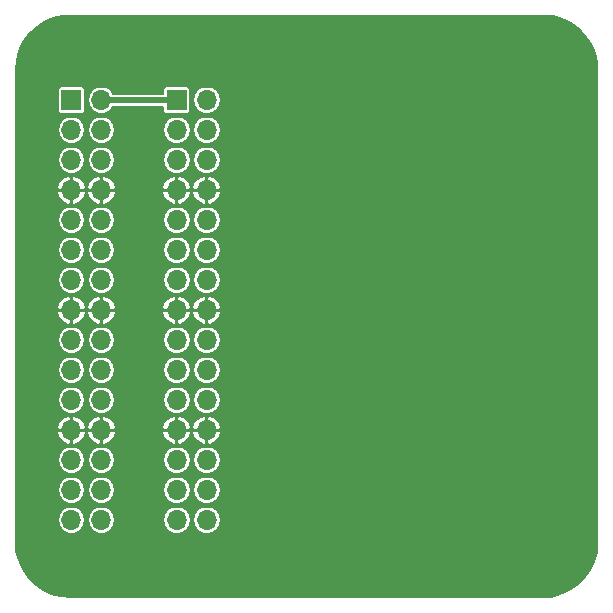
<source format=gbr>
G04 #@! TF.GenerationSoftware,KiCad,Pcbnew,5.0.2-bee76a0~70~ubuntu18.04.1*
G04 #@! TF.CreationDate,2019-04-04T22:51:14+01:00*
G04 #@! TF.ProjectId,sram_dev_board,7372616d-5f64-4657-965f-626f6172642e,rev?*
G04 #@! TF.SameCoordinates,Original*
G04 #@! TF.FileFunction,Copper,L2,Bot*
G04 #@! TF.FilePolarity,Positive*
%FSLAX46Y46*%
G04 Gerber Fmt 4.6, Leading zero omitted, Abs format (unit mm)*
G04 Created by KiCad (PCBNEW 5.0.2-bee76a0~70~ubuntu18.04.1) date Thu 04 Apr 2019 22:51:14 BST*
%MOMM*%
%LPD*%
G01*
G04 APERTURE LIST*
G04 #@! TA.AperFunction,ComponentPad*
%ADD10R,1.700000X1.700000*%
G04 #@! TD*
G04 #@! TA.AperFunction,ComponentPad*
%ADD11O,1.700000X1.700000*%
G04 #@! TD*
G04 #@! TA.AperFunction,ViaPad*
%ADD12C,0.600000*%
G04 #@! TD*
G04 #@! TA.AperFunction,Conductor*
%ADD13C,0.500000*%
G04 #@! TD*
G04 #@! TA.AperFunction,Conductor*
%ADD14C,0.200000*%
G04 #@! TD*
G04 APERTURE END LIST*
D10*
G04 #@! TO.P,J1,1*
G04 #@! TO.N,/R16*
X125080000Y-82540000D03*
D11*
G04 #@! TO.P,J1,2*
G04 #@! TO.N,+3V3*
X127620000Y-82540000D03*
G04 #@! TO.P,J1,3*
G04 #@! TO.N,/T15*
X125080000Y-85080000D03*
G04 #@! TO.P,J1,4*
G04 #@! TO.N,/T16*
X127620000Y-85080000D03*
G04 #@! TO.P,J1,5*
G04 #@! TO.N,/T13*
X125080000Y-87620000D03*
G04 #@! TO.P,J1,6*
G04 #@! TO.N,/T14*
X127620000Y-87620000D03*
G04 #@! TO.P,J1,7*
G04 #@! TO.N,GND*
X125080000Y-90160000D03*
G04 #@! TO.P,J1,8*
X127620000Y-90160000D03*
G04 #@! TO.P,J1,9*
G04 #@! TO.N,/N12*
X125080000Y-92700000D03*
G04 #@! TO.P,J1,10*
G04 #@! TO.N,/P13*
X127620000Y-92700000D03*
G04 #@! TO.P,J1,11*
G04 #@! TO.N,/N10*
X125080000Y-95240000D03*
G04 #@! TO.P,J1,12*
G04 #@! TO.N,/M11*
X127620000Y-95240000D03*
G04 #@! TO.P,J1,13*
G04 #@! TO.N,/T11*
X125080000Y-97780000D03*
G04 #@! TO.P,J1,14*
G04 #@! TO.N,/P10*
X127620000Y-97780000D03*
G04 #@! TO.P,J1,15*
G04 #@! TO.N,GND*
X125080000Y-100320000D03*
G04 #@! TO.P,J1,16*
X127620000Y-100320000D03*
G04 #@! TO.P,J1,17*
G04 #@! TO.N,/T10*
X125080000Y-102860000D03*
G04 #@! TO.P,J1,18*
G04 #@! TO.N,/R10*
X127620000Y-102860000D03*
G04 #@! TO.P,J1,19*
G04 #@! TO.N,/P8*
X125080000Y-105400000D03*
G04 #@! TO.P,J1,20*
G04 #@! TO.N,/P9*
X127620000Y-105400000D03*
G04 #@! TO.P,J1,21*
G04 #@! TO.N,/T9*
X125080000Y-107940000D03*
G04 #@! TO.P,J1,22*
G04 #@! TO.N,/R9*
X127620000Y-107940000D03*
G04 #@! TO.P,J1,23*
G04 #@! TO.N,GND*
X125080000Y-110480000D03*
G04 #@! TO.P,J1,24*
X127620000Y-110480000D03*
G04 #@! TO.P,J1,25*
G04 #@! TO.N,/T7*
X125080000Y-113020000D03*
G04 #@! TO.P,J1,26*
G04 #@! TO.N,/T8*
X127620000Y-113020000D03*
G04 #@! TO.P,J1,27*
G04 #@! TO.N,/T6*
X125080000Y-115560000D03*
G04 #@! TO.P,J1,28*
G04 #@! TO.N,/R6*
X127620000Y-115560000D03*
G04 #@! TO.P,J1,29*
G04 #@! TO.N,/T5*
X125080000Y-118100000D03*
G04 #@! TO.P,J1,30*
G04 #@! TO.N,/R5*
X127620000Y-118100000D03*
G04 #@! TD*
D10*
G04 #@! TO.P,J2,1*
G04 #@! TO.N,+3V3*
X134000000Y-82540000D03*
D11*
G04 #@! TO.P,J2,2*
X136540000Y-82540000D03*
G04 #@! TO.P,J2,3*
X134000000Y-85080000D03*
G04 #@! TO.P,J2,4*
G04 #@! TO.N,/R1*
X136540000Y-85080000D03*
G04 #@! TO.P,J2,5*
G04 #@! TO.N,/P1*
X134000000Y-87620000D03*
G04 #@! TO.P,J2,6*
G04 #@! TO.N,/P2*
X136540000Y-87620000D03*
G04 #@! TO.P,J2,7*
G04 #@! TO.N,GND*
X134000000Y-90160000D03*
G04 #@! TO.P,J2,8*
X136540000Y-90160000D03*
G04 #@! TO.P,J2,9*
G04 #@! TO.N,/N3*
X134000000Y-92700000D03*
G04 #@! TO.P,J2,10*
G04 #@! TO.N,/N2*
X136540000Y-92700000D03*
G04 #@! TO.P,J2,11*
G04 #@! TO.N,/M2*
X134000000Y-95240000D03*
G04 #@! TO.P,J2,12*
G04 #@! TO.N,/M1*
X136540000Y-95240000D03*
G04 #@! TO.P,J2,13*
G04 #@! TO.N,/L3*
X134000000Y-97780000D03*
G04 #@! TO.P,J2,14*
G04 #@! TO.N,/L1*
X136540000Y-97780000D03*
G04 #@! TO.P,J2,15*
G04 #@! TO.N,GND*
X134000000Y-100320000D03*
G04 #@! TO.P,J2,16*
X136540000Y-100320000D03*
G04 #@! TO.P,J2,17*
G04 #@! TO.N,/K3*
X134000000Y-102860000D03*
G04 #@! TO.P,J2,18*
G04 #@! TO.N,/K1*
X136540000Y-102860000D03*
G04 #@! TO.P,J2,19*
G04 #@! TO.N,/J2*
X134000000Y-105400000D03*
G04 #@! TO.P,J2,20*
G04 #@! TO.N,/J1*
X136540000Y-105400000D03*
G04 #@! TO.P,J2,21*
G04 #@! TO.N,/H2*
X134000000Y-107940000D03*
G04 #@! TO.P,J2,22*
G04 #@! TO.N,/J3*
X136540000Y-107940000D03*
G04 #@! TO.P,J2,23*
G04 #@! TO.N,GND*
X134000000Y-110480000D03*
G04 #@! TO.P,J2,24*
X136540000Y-110480000D03*
G04 #@! TO.P,J2,25*
G04 #@! TO.N,/G2*
X134000000Y-113020000D03*
G04 #@! TO.P,J2,26*
G04 #@! TO.N,/H1*
X136540000Y-113020000D03*
G04 #@! TO.P,J2,27*
G04 #@! TO.N,/F2*
X134000000Y-115560000D03*
G04 #@! TO.P,J2,28*
G04 #@! TO.N,/G1*
X136540000Y-115560000D03*
G04 #@! TO.P,J2,29*
G04 #@! TO.N,/E2*
X134000000Y-118100000D03*
G04 #@! TO.P,J2,30*
G04 #@! TO.N,/F1*
X136540000Y-118100000D03*
G04 #@! TD*
D12*
G04 #@! TO.N,GND*
X123000000Y-78000000D03*
X132600000Y-75700000D03*
X135200000Y-80900000D03*
X132500000Y-81700000D03*
X132500000Y-83400000D03*
X132100000Y-78300000D03*
X128900000Y-81700000D03*
X128900000Y-83300000D03*
X123000000Y-122000000D03*
X167000000Y-122000000D03*
X167000000Y-78000000D03*
X145000000Y-78000000D03*
X151000000Y-88500000D03*
X154200000Y-88000000D03*
X148000000Y-90600000D03*
X145400000Y-89600000D03*
X138000000Y-84000000D03*
X128600000Y-94000000D03*
X142600000Y-90800000D03*
X132400000Y-96600000D03*
X132400000Y-108200000D03*
X130400000Y-111000000D03*
X130600000Y-122400000D03*
X137200000Y-122374979D03*
X145000000Y-119200000D03*
X160200000Y-120800000D03*
X138600000Y-120800000D03*
X162000000Y-119600000D03*
X162200000Y-89600000D03*
X161600000Y-82800000D03*
X161800000Y-91600000D03*
X164800000Y-91000000D03*
X169200000Y-95600000D03*
X138000000Y-115600000D03*
X130200000Y-86200000D03*
X150600000Y-97000000D03*
X154000000Y-93600000D03*
X150800000Y-90600000D03*
X158800000Y-99200000D03*
X146600000Y-105400000D03*
X153000000Y-105200000D03*
X139000000Y-112800000D03*
X158800000Y-80600000D03*
X150800000Y-80800000D03*
G04 #@! TD*
D13*
G04 #@! TO.N,+3V3*
X127620000Y-82540000D02*
X134000000Y-82540000D01*
G04 #@! TD*
D14*
G04 #@! TO.N,GND*
G36*
X165818752Y-75449562D02*
X166611628Y-75666468D01*
X167353558Y-76020351D01*
X168021098Y-76500027D01*
X168593140Y-77090329D01*
X169051613Y-77772609D01*
X169382016Y-78525289D01*
X169574603Y-79327470D01*
X169625000Y-80013751D01*
X169625001Y-119983293D01*
X169550438Y-120818752D01*
X169333533Y-121611622D01*
X168979649Y-122353558D01*
X168499973Y-123021098D01*
X167909671Y-123593140D01*
X167227391Y-124051613D01*
X166474714Y-124382015D01*
X165672530Y-124574603D01*
X164986249Y-124625000D01*
X125016696Y-124625000D01*
X124181248Y-124550438D01*
X123388378Y-124333533D01*
X122646442Y-123979649D01*
X121978902Y-123499973D01*
X121406860Y-122909671D01*
X120948387Y-122227391D01*
X120617985Y-121474714D01*
X120425397Y-120672530D01*
X120375000Y-119986249D01*
X120375000Y-118100000D01*
X123907471Y-118100000D01*
X123996724Y-118548707D01*
X124250897Y-118929103D01*
X124631293Y-119183276D01*
X124966739Y-119250000D01*
X125193261Y-119250000D01*
X125528707Y-119183276D01*
X125909103Y-118929103D01*
X126163276Y-118548707D01*
X126252529Y-118100000D01*
X126447471Y-118100000D01*
X126536724Y-118548707D01*
X126790897Y-118929103D01*
X127171293Y-119183276D01*
X127506739Y-119250000D01*
X127733261Y-119250000D01*
X128068707Y-119183276D01*
X128449103Y-118929103D01*
X128703276Y-118548707D01*
X128792529Y-118100000D01*
X132827471Y-118100000D01*
X132916724Y-118548707D01*
X133170897Y-118929103D01*
X133551293Y-119183276D01*
X133886739Y-119250000D01*
X134113261Y-119250000D01*
X134448707Y-119183276D01*
X134829103Y-118929103D01*
X135083276Y-118548707D01*
X135172529Y-118100000D01*
X135367471Y-118100000D01*
X135456724Y-118548707D01*
X135710897Y-118929103D01*
X136091293Y-119183276D01*
X136426739Y-119250000D01*
X136653261Y-119250000D01*
X136988707Y-119183276D01*
X137369103Y-118929103D01*
X137623276Y-118548707D01*
X137712529Y-118100000D01*
X137623276Y-117651293D01*
X137369103Y-117270897D01*
X136988707Y-117016724D01*
X136653261Y-116950000D01*
X136426739Y-116950000D01*
X136091293Y-117016724D01*
X135710897Y-117270897D01*
X135456724Y-117651293D01*
X135367471Y-118100000D01*
X135172529Y-118100000D01*
X135083276Y-117651293D01*
X134829103Y-117270897D01*
X134448707Y-117016724D01*
X134113261Y-116950000D01*
X133886739Y-116950000D01*
X133551293Y-117016724D01*
X133170897Y-117270897D01*
X132916724Y-117651293D01*
X132827471Y-118100000D01*
X128792529Y-118100000D01*
X128703276Y-117651293D01*
X128449103Y-117270897D01*
X128068707Y-117016724D01*
X127733261Y-116950000D01*
X127506739Y-116950000D01*
X127171293Y-117016724D01*
X126790897Y-117270897D01*
X126536724Y-117651293D01*
X126447471Y-118100000D01*
X126252529Y-118100000D01*
X126163276Y-117651293D01*
X125909103Y-117270897D01*
X125528707Y-117016724D01*
X125193261Y-116950000D01*
X124966739Y-116950000D01*
X124631293Y-117016724D01*
X124250897Y-117270897D01*
X123996724Y-117651293D01*
X123907471Y-118100000D01*
X120375000Y-118100000D01*
X120375000Y-115560000D01*
X123907471Y-115560000D01*
X123996724Y-116008707D01*
X124250897Y-116389103D01*
X124631293Y-116643276D01*
X124966739Y-116710000D01*
X125193261Y-116710000D01*
X125528707Y-116643276D01*
X125909103Y-116389103D01*
X126163276Y-116008707D01*
X126252529Y-115560000D01*
X126447471Y-115560000D01*
X126536724Y-116008707D01*
X126790897Y-116389103D01*
X127171293Y-116643276D01*
X127506739Y-116710000D01*
X127733261Y-116710000D01*
X128068707Y-116643276D01*
X128449103Y-116389103D01*
X128703276Y-116008707D01*
X128792529Y-115560000D01*
X132827471Y-115560000D01*
X132916724Y-116008707D01*
X133170897Y-116389103D01*
X133551293Y-116643276D01*
X133886739Y-116710000D01*
X134113261Y-116710000D01*
X134448707Y-116643276D01*
X134829103Y-116389103D01*
X135083276Y-116008707D01*
X135172529Y-115560000D01*
X135367471Y-115560000D01*
X135456724Y-116008707D01*
X135710897Y-116389103D01*
X136091293Y-116643276D01*
X136426739Y-116710000D01*
X136653261Y-116710000D01*
X136988707Y-116643276D01*
X137369103Y-116389103D01*
X137623276Y-116008707D01*
X137712529Y-115560000D01*
X137623276Y-115111293D01*
X137369103Y-114730897D01*
X136988707Y-114476724D01*
X136653261Y-114410000D01*
X136426739Y-114410000D01*
X136091293Y-114476724D01*
X135710897Y-114730897D01*
X135456724Y-115111293D01*
X135367471Y-115560000D01*
X135172529Y-115560000D01*
X135083276Y-115111293D01*
X134829103Y-114730897D01*
X134448707Y-114476724D01*
X134113261Y-114410000D01*
X133886739Y-114410000D01*
X133551293Y-114476724D01*
X133170897Y-114730897D01*
X132916724Y-115111293D01*
X132827471Y-115560000D01*
X128792529Y-115560000D01*
X128703276Y-115111293D01*
X128449103Y-114730897D01*
X128068707Y-114476724D01*
X127733261Y-114410000D01*
X127506739Y-114410000D01*
X127171293Y-114476724D01*
X126790897Y-114730897D01*
X126536724Y-115111293D01*
X126447471Y-115560000D01*
X126252529Y-115560000D01*
X126163276Y-115111293D01*
X125909103Y-114730897D01*
X125528707Y-114476724D01*
X125193261Y-114410000D01*
X124966739Y-114410000D01*
X124631293Y-114476724D01*
X124250897Y-114730897D01*
X123996724Y-115111293D01*
X123907471Y-115560000D01*
X120375000Y-115560000D01*
X120375000Y-113020000D01*
X123907471Y-113020000D01*
X123996724Y-113468707D01*
X124250897Y-113849103D01*
X124631293Y-114103276D01*
X124966739Y-114170000D01*
X125193261Y-114170000D01*
X125528707Y-114103276D01*
X125909103Y-113849103D01*
X126163276Y-113468707D01*
X126252529Y-113020000D01*
X126447471Y-113020000D01*
X126536724Y-113468707D01*
X126790897Y-113849103D01*
X127171293Y-114103276D01*
X127506739Y-114170000D01*
X127733261Y-114170000D01*
X128068707Y-114103276D01*
X128449103Y-113849103D01*
X128703276Y-113468707D01*
X128792529Y-113020000D01*
X132827471Y-113020000D01*
X132916724Y-113468707D01*
X133170897Y-113849103D01*
X133551293Y-114103276D01*
X133886739Y-114170000D01*
X134113261Y-114170000D01*
X134448707Y-114103276D01*
X134829103Y-113849103D01*
X135083276Y-113468707D01*
X135172529Y-113020000D01*
X135367471Y-113020000D01*
X135456724Y-113468707D01*
X135710897Y-113849103D01*
X136091293Y-114103276D01*
X136426739Y-114170000D01*
X136653261Y-114170000D01*
X136988707Y-114103276D01*
X137369103Y-113849103D01*
X137623276Y-113468707D01*
X137712529Y-113020000D01*
X137623276Y-112571293D01*
X137369103Y-112190897D01*
X136988707Y-111936724D01*
X136653261Y-111870000D01*
X136426739Y-111870000D01*
X136091293Y-111936724D01*
X135710897Y-112190897D01*
X135456724Y-112571293D01*
X135367471Y-113020000D01*
X135172529Y-113020000D01*
X135083276Y-112571293D01*
X134829103Y-112190897D01*
X134448707Y-111936724D01*
X134113261Y-111870000D01*
X133886739Y-111870000D01*
X133551293Y-111936724D01*
X133170897Y-112190897D01*
X132916724Y-112571293D01*
X132827471Y-113020000D01*
X128792529Y-113020000D01*
X128703276Y-112571293D01*
X128449103Y-112190897D01*
X128068707Y-111936724D01*
X127733261Y-111870000D01*
X127506739Y-111870000D01*
X127171293Y-111936724D01*
X126790897Y-112190897D01*
X126536724Y-112571293D01*
X126447471Y-113020000D01*
X126252529Y-113020000D01*
X126163276Y-112571293D01*
X125909103Y-112190897D01*
X125528707Y-111936724D01*
X125193261Y-111870000D01*
X124966739Y-111870000D01*
X124631293Y-111936724D01*
X124250897Y-112190897D01*
X123996724Y-112571293D01*
X123907471Y-113020000D01*
X120375000Y-113020000D01*
X120375000Y-110724771D01*
X123854199Y-110724771D01*
X124040145Y-111173695D01*
X124384765Y-111518826D01*
X124835228Y-111705805D01*
X125030000Y-111629004D01*
X125030000Y-110530000D01*
X125130000Y-110530000D01*
X125130000Y-111629004D01*
X125324772Y-111705805D01*
X125775235Y-111518826D01*
X126119855Y-111173695D01*
X126305801Y-110724771D01*
X126394199Y-110724771D01*
X126580145Y-111173695D01*
X126924765Y-111518826D01*
X127375228Y-111705805D01*
X127570000Y-111629004D01*
X127570000Y-110530000D01*
X127670000Y-110530000D01*
X127670000Y-111629004D01*
X127864772Y-111705805D01*
X128315235Y-111518826D01*
X128659855Y-111173695D01*
X128845801Y-110724771D01*
X132774199Y-110724771D01*
X132960145Y-111173695D01*
X133304765Y-111518826D01*
X133755228Y-111705805D01*
X133950000Y-111629004D01*
X133950000Y-110530000D01*
X134050000Y-110530000D01*
X134050000Y-111629004D01*
X134244772Y-111705805D01*
X134695235Y-111518826D01*
X135039855Y-111173695D01*
X135225801Y-110724771D01*
X135314199Y-110724771D01*
X135500145Y-111173695D01*
X135844765Y-111518826D01*
X136295228Y-111705805D01*
X136490000Y-111629004D01*
X136490000Y-110530000D01*
X136590000Y-110530000D01*
X136590000Y-111629004D01*
X136784772Y-111705805D01*
X137235235Y-111518826D01*
X137579855Y-111173695D01*
X137765801Y-110724771D01*
X137688913Y-110530000D01*
X136590000Y-110530000D01*
X136490000Y-110530000D01*
X135391087Y-110530000D01*
X135314199Y-110724771D01*
X135225801Y-110724771D01*
X135148913Y-110530000D01*
X134050000Y-110530000D01*
X133950000Y-110530000D01*
X132851087Y-110530000D01*
X132774199Y-110724771D01*
X128845801Y-110724771D01*
X128768913Y-110530000D01*
X127670000Y-110530000D01*
X127570000Y-110530000D01*
X126471087Y-110530000D01*
X126394199Y-110724771D01*
X126305801Y-110724771D01*
X126228913Y-110530000D01*
X125130000Y-110530000D01*
X125030000Y-110530000D01*
X123931087Y-110530000D01*
X123854199Y-110724771D01*
X120375000Y-110724771D01*
X120375000Y-110235229D01*
X123854199Y-110235229D01*
X123931087Y-110430000D01*
X125030000Y-110430000D01*
X125030000Y-109330996D01*
X125130000Y-109330996D01*
X125130000Y-110430000D01*
X126228913Y-110430000D01*
X126305801Y-110235229D01*
X126394199Y-110235229D01*
X126471087Y-110430000D01*
X127570000Y-110430000D01*
X127570000Y-109330996D01*
X127670000Y-109330996D01*
X127670000Y-110430000D01*
X128768913Y-110430000D01*
X128845801Y-110235229D01*
X132774199Y-110235229D01*
X132851087Y-110430000D01*
X133950000Y-110430000D01*
X133950000Y-109330996D01*
X134050000Y-109330996D01*
X134050000Y-110430000D01*
X135148913Y-110430000D01*
X135225801Y-110235229D01*
X135314199Y-110235229D01*
X135391087Y-110430000D01*
X136490000Y-110430000D01*
X136490000Y-109330996D01*
X136590000Y-109330996D01*
X136590000Y-110430000D01*
X137688913Y-110430000D01*
X137765801Y-110235229D01*
X137579855Y-109786305D01*
X137235235Y-109441174D01*
X136784772Y-109254195D01*
X136590000Y-109330996D01*
X136490000Y-109330996D01*
X136295228Y-109254195D01*
X135844765Y-109441174D01*
X135500145Y-109786305D01*
X135314199Y-110235229D01*
X135225801Y-110235229D01*
X135039855Y-109786305D01*
X134695235Y-109441174D01*
X134244772Y-109254195D01*
X134050000Y-109330996D01*
X133950000Y-109330996D01*
X133755228Y-109254195D01*
X133304765Y-109441174D01*
X132960145Y-109786305D01*
X132774199Y-110235229D01*
X128845801Y-110235229D01*
X128659855Y-109786305D01*
X128315235Y-109441174D01*
X127864772Y-109254195D01*
X127670000Y-109330996D01*
X127570000Y-109330996D01*
X127375228Y-109254195D01*
X126924765Y-109441174D01*
X126580145Y-109786305D01*
X126394199Y-110235229D01*
X126305801Y-110235229D01*
X126119855Y-109786305D01*
X125775235Y-109441174D01*
X125324772Y-109254195D01*
X125130000Y-109330996D01*
X125030000Y-109330996D01*
X124835228Y-109254195D01*
X124384765Y-109441174D01*
X124040145Y-109786305D01*
X123854199Y-110235229D01*
X120375000Y-110235229D01*
X120375000Y-107940000D01*
X123907471Y-107940000D01*
X123996724Y-108388707D01*
X124250897Y-108769103D01*
X124631293Y-109023276D01*
X124966739Y-109090000D01*
X125193261Y-109090000D01*
X125528707Y-109023276D01*
X125909103Y-108769103D01*
X126163276Y-108388707D01*
X126252529Y-107940000D01*
X126447471Y-107940000D01*
X126536724Y-108388707D01*
X126790897Y-108769103D01*
X127171293Y-109023276D01*
X127506739Y-109090000D01*
X127733261Y-109090000D01*
X128068707Y-109023276D01*
X128449103Y-108769103D01*
X128703276Y-108388707D01*
X128792529Y-107940000D01*
X132827471Y-107940000D01*
X132916724Y-108388707D01*
X133170897Y-108769103D01*
X133551293Y-109023276D01*
X133886739Y-109090000D01*
X134113261Y-109090000D01*
X134448707Y-109023276D01*
X134829103Y-108769103D01*
X135083276Y-108388707D01*
X135172529Y-107940000D01*
X135367471Y-107940000D01*
X135456724Y-108388707D01*
X135710897Y-108769103D01*
X136091293Y-109023276D01*
X136426739Y-109090000D01*
X136653261Y-109090000D01*
X136988707Y-109023276D01*
X137369103Y-108769103D01*
X137623276Y-108388707D01*
X137712529Y-107940000D01*
X137623276Y-107491293D01*
X137369103Y-107110897D01*
X136988707Y-106856724D01*
X136653261Y-106790000D01*
X136426739Y-106790000D01*
X136091293Y-106856724D01*
X135710897Y-107110897D01*
X135456724Y-107491293D01*
X135367471Y-107940000D01*
X135172529Y-107940000D01*
X135083276Y-107491293D01*
X134829103Y-107110897D01*
X134448707Y-106856724D01*
X134113261Y-106790000D01*
X133886739Y-106790000D01*
X133551293Y-106856724D01*
X133170897Y-107110897D01*
X132916724Y-107491293D01*
X132827471Y-107940000D01*
X128792529Y-107940000D01*
X128703276Y-107491293D01*
X128449103Y-107110897D01*
X128068707Y-106856724D01*
X127733261Y-106790000D01*
X127506739Y-106790000D01*
X127171293Y-106856724D01*
X126790897Y-107110897D01*
X126536724Y-107491293D01*
X126447471Y-107940000D01*
X126252529Y-107940000D01*
X126163276Y-107491293D01*
X125909103Y-107110897D01*
X125528707Y-106856724D01*
X125193261Y-106790000D01*
X124966739Y-106790000D01*
X124631293Y-106856724D01*
X124250897Y-107110897D01*
X123996724Y-107491293D01*
X123907471Y-107940000D01*
X120375000Y-107940000D01*
X120375000Y-105400000D01*
X123907471Y-105400000D01*
X123996724Y-105848707D01*
X124250897Y-106229103D01*
X124631293Y-106483276D01*
X124966739Y-106550000D01*
X125193261Y-106550000D01*
X125528707Y-106483276D01*
X125909103Y-106229103D01*
X126163276Y-105848707D01*
X126252529Y-105400000D01*
X126447471Y-105400000D01*
X126536724Y-105848707D01*
X126790897Y-106229103D01*
X127171293Y-106483276D01*
X127506739Y-106550000D01*
X127733261Y-106550000D01*
X128068707Y-106483276D01*
X128449103Y-106229103D01*
X128703276Y-105848707D01*
X128792529Y-105400000D01*
X132827471Y-105400000D01*
X132916724Y-105848707D01*
X133170897Y-106229103D01*
X133551293Y-106483276D01*
X133886739Y-106550000D01*
X134113261Y-106550000D01*
X134448707Y-106483276D01*
X134829103Y-106229103D01*
X135083276Y-105848707D01*
X135172529Y-105400000D01*
X135367471Y-105400000D01*
X135456724Y-105848707D01*
X135710897Y-106229103D01*
X136091293Y-106483276D01*
X136426739Y-106550000D01*
X136653261Y-106550000D01*
X136988707Y-106483276D01*
X137369103Y-106229103D01*
X137623276Y-105848707D01*
X137712529Y-105400000D01*
X137623276Y-104951293D01*
X137369103Y-104570897D01*
X136988707Y-104316724D01*
X136653261Y-104250000D01*
X136426739Y-104250000D01*
X136091293Y-104316724D01*
X135710897Y-104570897D01*
X135456724Y-104951293D01*
X135367471Y-105400000D01*
X135172529Y-105400000D01*
X135083276Y-104951293D01*
X134829103Y-104570897D01*
X134448707Y-104316724D01*
X134113261Y-104250000D01*
X133886739Y-104250000D01*
X133551293Y-104316724D01*
X133170897Y-104570897D01*
X132916724Y-104951293D01*
X132827471Y-105400000D01*
X128792529Y-105400000D01*
X128703276Y-104951293D01*
X128449103Y-104570897D01*
X128068707Y-104316724D01*
X127733261Y-104250000D01*
X127506739Y-104250000D01*
X127171293Y-104316724D01*
X126790897Y-104570897D01*
X126536724Y-104951293D01*
X126447471Y-105400000D01*
X126252529Y-105400000D01*
X126163276Y-104951293D01*
X125909103Y-104570897D01*
X125528707Y-104316724D01*
X125193261Y-104250000D01*
X124966739Y-104250000D01*
X124631293Y-104316724D01*
X124250897Y-104570897D01*
X123996724Y-104951293D01*
X123907471Y-105400000D01*
X120375000Y-105400000D01*
X120375000Y-102860000D01*
X123907471Y-102860000D01*
X123996724Y-103308707D01*
X124250897Y-103689103D01*
X124631293Y-103943276D01*
X124966739Y-104010000D01*
X125193261Y-104010000D01*
X125528707Y-103943276D01*
X125909103Y-103689103D01*
X126163276Y-103308707D01*
X126252529Y-102860000D01*
X126447471Y-102860000D01*
X126536724Y-103308707D01*
X126790897Y-103689103D01*
X127171293Y-103943276D01*
X127506739Y-104010000D01*
X127733261Y-104010000D01*
X128068707Y-103943276D01*
X128449103Y-103689103D01*
X128703276Y-103308707D01*
X128792529Y-102860000D01*
X132827471Y-102860000D01*
X132916724Y-103308707D01*
X133170897Y-103689103D01*
X133551293Y-103943276D01*
X133886739Y-104010000D01*
X134113261Y-104010000D01*
X134448707Y-103943276D01*
X134829103Y-103689103D01*
X135083276Y-103308707D01*
X135172529Y-102860000D01*
X135367471Y-102860000D01*
X135456724Y-103308707D01*
X135710897Y-103689103D01*
X136091293Y-103943276D01*
X136426739Y-104010000D01*
X136653261Y-104010000D01*
X136988707Y-103943276D01*
X137369103Y-103689103D01*
X137623276Y-103308707D01*
X137712529Y-102860000D01*
X137623276Y-102411293D01*
X137369103Y-102030897D01*
X136988707Y-101776724D01*
X136653261Y-101710000D01*
X136426739Y-101710000D01*
X136091293Y-101776724D01*
X135710897Y-102030897D01*
X135456724Y-102411293D01*
X135367471Y-102860000D01*
X135172529Y-102860000D01*
X135083276Y-102411293D01*
X134829103Y-102030897D01*
X134448707Y-101776724D01*
X134113261Y-101710000D01*
X133886739Y-101710000D01*
X133551293Y-101776724D01*
X133170897Y-102030897D01*
X132916724Y-102411293D01*
X132827471Y-102860000D01*
X128792529Y-102860000D01*
X128703276Y-102411293D01*
X128449103Y-102030897D01*
X128068707Y-101776724D01*
X127733261Y-101710000D01*
X127506739Y-101710000D01*
X127171293Y-101776724D01*
X126790897Y-102030897D01*
X126536724Y-102411293D01*
X126447471Y-102860000D01*
X126252529Y-102860000D01*
X126163276Y-102411293D01*
X125909103Y-102030897D01*
X125528707Y-101776724D01*
X125193261Y-101710000D01*
X124966739Y-101710000D01*
X124631293Y-101776724D01*
X124250897Y-102030897D01*
X123996724Y-102411293D01*
X123907471Y-102860000D01*
X120375000Y-102860000D01*
X120375000Y-100564771D01*
X123854199Y-100564771D01*
X124040145Y-101013695D01*
X124384765Y-101358826D01*
X124835228Y-101545805D01*
X125030000Y-101469004D01*
X125030000Y-100370000D01*
X125130000Y-100370000D01*
X125130000Y-101469004D01*
X125324772Y-101545805D01*
X125775235Y-101358826D01*
X126119855Y-101013695D01*
X126305801Y-100564771D01*
X126394199Y-100564771D01*
X126580145Y-101013695D01*
X126924765Y-101358826D01*
X127375228Y-101545805D01*
X127570000Y-101469004D01*
X127570000Y-100370000D01*
X127670000Y-100370000D01*
X127670000Y-101469004D01*
X127864772Y-101545805D01*
X128315235Y-101358826D01*
X128659855Y-101013695D01*
X128845801Y-100564771D01*
X132774199Y-100564771D01*
X132960145Y-101013695D01*
X133304765Y-101358826D01*
X133755228Y-101545805D01*
X133950000Y-101469004D01*
X133950000Y-100370000D01*
X134050000Y-100370000D01*
X134050000Y-101469004D01*
X134244772Y-101545805D01*
X134695235Y-101358826D01*
X135039855Y-101013695D01*
X135225801Y-100564771D01*
X135314199Y-100564771D01*
X135500145Y-101013695D01*
X135844765Y-101358826D01*
X136295228Y-101545805D01*
X136490000Y-101469004D01*
X136490000Y-100370000D01*
X136590000Y-100370000D01*
X136590000Y-101469004D01*
X136784772Y-101545805D01*
X137235235Y-101358826D01*
X137579855Y-101013695D01*
X137765801Y-100564771D01*
X137688913Y-100370000D01*
X136590000Y-100370000D01*
X136490000Y-100370000D01*
X135391087Y-100370000D01*
X135314199Y-100564771D01*
X135225801Y-100564771D01*
X135148913Y-100370000D01*
X134050000Y-100370000D01*
X133950000Y-100370000D01*
X132851087Y-100370000D01*
X132774199Y-100564771D01*
X128845801Y-100564771D01*
X128768913Y-100370000D01*
X127670000Y-100370000D01*
X127570000Y-100370000D01*
X126471087Y-100370000D01*
X126394199Y-100564771D01*
X126305801Y-100564771D01*
X126228913Y-100370000D01*
X125130000Y-100370000D01*
X125030000Y-100370000D01*
X123931087Y-100370000D01*
X123854199Y-100564771D01*
X120375000Y-100564771D01*
X120375000Y-100075229D01*
X123854199Y-100075229D01*
X123931087Y-100270000D01*
X125030000Y-100270000D01*
X125030000Y-99170996D01*
X125130000Y-99170996D01*
X125130000Y-100270000D01*
X126228913Y-100270000D01*
X126305801Y-100075229D01*
X126394199Y-100075229D01*
X126471087Y-100270000D01*
X127570000Y-100270000D01*
X127570000Y-99170996D01*
X127670000Y-99170996D01*
X127670000Y-100270000D01*
X128768913Y-100270000D01*
X128845801Y-100075229D01*
X132774199Y-100075229D01*
X132851087Y-100270000D01*
X133950000Y-100270000D01*
X133950000Y-99170996D01*
X134050000Y-99170996D01*
X134050000Y-100270000D01*
X135148913Y-100270000D01*
X135225801Y-100075229D01*
X135314199Y-100075229D01*
X135391087Y-100270000D01*
X136490000Y-100270000D01*
X136490000Y-99170996D01*
X136590000Y-99170996D01*
X136590000Y-100270000D01*
X137688913Y-100270000D01*
X137765801Y-100075229D01*
X137579855Y-99626305D01*
X137235235Y-99281174D01*
X136784772Y-99094195D01*
X136590000Y-99170996D01*
X136490000Y-99170996D01*
X136295228Y-99094195D01*
X135844765Y-99281174D01*
X135500145Y-99626305D01*
X135314199Y-100075229D01*
X135225801Y-100075229D01*
X135039855Y-99626305D01*
X134695235Y-99281174D01*
X134244772Y-99094195D01*
X134050000Y-99170996D01*
X133950000Y-99170996D01*
X133755228Y-99094195D01*
X133304765Y-99281174D01*
X132960145Y-99626305D01*
X132774199Y-100075229D01*
X128845801Y-100075229D01*
X128659855Y-99626305D01*
X128315235Y-99281174D01*
X127864772Y-99094195D01*
X127670000Y-99170996D01*
X127570000Y-99170996D01*
X127375228Y-99094195D01*
X126924765Y-99281174D01*
X126580145Y-99626305D01*
X126394199Y-100075229D01*
X126305801Y-100075229D01*
X126119855Y-99626305D01*
X125775235Y-99281174D01*
X125324772Y-99094195D01*
X125130000Y-99170996D01*
X125030000Y-99170996D01*
X124835228Y-99094195D01*
X124384765Y-99281174D01*
X124040145Y-99626305D01*
X123854199Y-100075229D01*
X120375000Y-100075229D01*
X120375000Y-97780000D01*
X123907471Y-97780000D01*
X123996724Y-98228707D01*
X124250897Y-98609103D01*
X124631293Y-98863276D01*
X124966739Y-98930000D01*
X125193261Y-98930000D01*
X125528707Y-98863276D01*
X125909103Y-98609103D01*
X126163276Y-98228707D01*
X126252529Y-97780000D01*
X126447471Y-97780000D01*
X126536724Y-98228707D01*
X126790897Y-98609103D01*
X127171293Y-98863276D01*
X127506739Y-98930000D01*
X127733261Y-98930000D01*
X128068707Y-98863276D01*
X128449103Y-98609103D01*
X128703276Y-98228707D01*
X128792529Y-97780000D01*
X132827471Y-97780000D01*
X132916724Y-98228707D01*
X133170897Y-98609103D01*
X133551293Y-98863276D01*
X133886739Y-98930000D01*
X134113261Y-98930000D01*
X134448707Y-98863276D01*
X134829103Y-98609103D01*
X135083276Y-98228707D01*
X135172529Y-97780000D01*
X135367471Y-97780000D01*
X135456724Y-98228707D01*
X135710897Y-98609103D01*
X136091293Y-98863276D01*
X136426739Y-98930000D01*
X136653261Y-98930000D01*
X136988707Y-98863276D01*
X137369103Y-98609103D01*
X137623276Y-98228707D01*
X137712529Y-97780000D01*
X137623276Y-97331293D01*
X137369103Y-96950897D01*
X136988707Y-96696724D01*
X136653261Y-96630000D01*
X136426739Y-96630000D01*
X136091293Y-96696724D01*
X135710897Y-96950897D01*
X135456724Y-97331293D01*
X135367471Y-97780000D01*
X135172529Y-97780000D01*
X135083276Y-97331293D01*
X134829103Y-96950897D01*
X134448707Y-96696724D01*
X134113261Y-96630000D01*
X133886739Y-96630000D01*
X133551293Y-96696724D01*
X133170897Y-96950897D01*
X132916724Y-97331293D01*
X132827471Y-97780000D01*
X128792529Y-97780000D01*
X128703276Y-97331293D01*
X128449103Y-96950897D01*
X128068707Y-96696724D01*
X127733261Y-96630000D01*
X127506739Y-96630000D01*
X127171293Y-96696724D01*
X126790897Y-96950897D01*
X126536724Y-97331293D01*
X126447471Y-97780000D01*
X126252529Y-97780000D01*
X126163276Y-97331293D01*
X125909103Y-96950897D01*
X125528707Y-96696724D01*
X125193261Y-96630000D01*
X124966739Y-96630000D01*
X124631293Y-96696724D01*
X124250897Y-96950897D01*
X123996724Y-97331293D01*
X123907471Y-97780000D01*
X120375000Y-97780000D01*
X120375000Y-95240000D01*
X123907471Y-95240000D01*
X123996724Y-95688707D01*
X124250897Y-96069103D01*
X124631293Y-96323276D01*
X124966739Y-96390000D01*
X125193261Y-96390000D01*
X125528707Y-96323276D01*
X125909103Y-96069103D01*
X126163276Y-95688707D01*
X126252529Y-95240000D01*
X126447471Y-95240000D01*
X126536724Y-95688707D01*
X126790897Y-96069103D01*
X127171293Y-96323276D01*
X127506739Y-96390000D01*
X127733261Y-96390000D01*
X128068707Y-96323276D01*
X128449103Y-96069103D01*
X128703276Y-95688707D01*
X128792529Y-95240000D01*
X132827471Y-95240000D01*
X132916724Y-95688707D01*
X133170897Y-96069103D01*
X133551293Y-96323276D01*
X133886739Y-96390000D01*
X134113261Y-96390000D01*
X134448707Y-96323276D01*
X134829103Y-96069103D01*
X135083276Y-95688707D01*
X135172529Y-95240000D01*
X135367471Y-95240000D01*
X135456724Y-95688707D01*
X135710897Y-96069103D01*
X136091293Y-96323276D01*
X136426739Y-96390000D01*
X136653261Y-96390000D01*
X136988707Y-96323276D01*
X137369103Y-96069103D01*
X137623276Y-95688707D01*
X137712529Y-95240000D01*
X137623276Y-94791293D01*
X137369103Y-94410897D01*
X136988707Y-94156724D01*
X136653261Y-94090000D01*
X136426739Y-94090000D01*
X136091293Y-94156724D01*
X135710897Y-94410897D01*
X135456724Y-94791293D01*
X135367471Y-95240000D01*
X135172529Y-95240000D01*
X135083276Y-94791293D01*
X134829103Y-94410897D01*
X134448707Y-94156724D01*
X134113261Y-94090000D01*
X133886739Y-94090000D01*
X133551293Y-94156724D01*
X133170897Y-94410897D01*
X132916724Y-94791293D01*
X132827471Y-95240000D01*
X128792529Y-95240000D01*
X128703276Y-94791293D01*
X128449103Y-94410897D01*
X128068707Y-94156724D01*
X127733261Y-94090000D01*
X127506739Y-94090000D01*
X127171293Y-94156724D01*
X126790897Y-94410897D01*
X126536724Y-94791293D01*
X126447471Y-95240000D01*
X126252529Y-95240000D01*
X126163276Y-94791293D01*
X125909103Y-94410897D01*
X125528707Y-94156724D01*
X125193261Y-94090000D01*
X124966739Y-94090000D01*
X124631293Y-94156724D01*
X124250897Y-94410897D01*
X123996724Y-94791293D01*
X123907471Y-95240000D01*
X120375000Y-95240000D01*
X120375000Y-92700000D01*
X123907471Y-92700000D01*
X123996724Y-93148707D01*
X124250897Y-93529103D01*
X124631293Y-93783276D01*
X124966739Y-93850000D01*
X125193261Y-93850000D01*
X125528707Y-93783276D01*
X125909103Y-93529103D01*
X126163276Y-93148707D01*
X126252529Y-92700000D01*
X126447471Y-92700000D01*
X126536724Y-93148707D01*
X126790897Y-93529103D01*
X127171293Y-93783276D01*
X127506739Y-93850000D01*
X127733261Y-93850000D01*
X128068707Y-93783276D01*
X128449103Y-93529103D01*
X128703276Y-93148707D01*
X128792529Y-92700000D01*
X132827471Y-92700000D01*
X132916724Y-93148707D01*
X133170897Y-93529103D01*
X133551293Y-93783276D01*
X133886739Y-93850000D01*
X134113261Y-93850000D01*
X134448707Y-93783276D01*
X134829103Y-93529103D01*
X135083276Y-93148707D01*
X135172529Y-92700000D01*
X135367471Y-92700000D01*
X135456724Y-93148707D01*
X135710897Y-93529103D01*
X136091293Y-93783276D01*
X136426739Y-93850000D01*
X136653261Y-93850000D01*
X136988707Y-93783276D01*
X137369103Y-93529103D01*
X137623276Y-93148707D01*
X137712529Y-92700000D01*
X137623276Y-92251293D01*
X137369103Y-91870897D01*
X136988707Y-91616724D01*
X136653261Y-91550000D01*
X136426739Y-91550000D01*
X136091293Y-91616724D01*
X135710897Y-91870897D01*
X135456724Y-92251293D01*
X135367471Y-92700000D01*
X135172529Y-92700000D01*
X135083276Y-92251293D01*
X134829103Y-91870897D01*
X134448707Y-91616724D01*
X134113261Y-91550000D01*
X133886739Y-91550000D01*
X133551293Y-91616724D01*
X133170897Y-91870897D01*
X132916724Y-92251293D01*
X132827471Y-92700000D01*
X128792529Y-92700000D01*
X128703276Y-92251293D01*
X128449103Y-91870897D01*
X128068707Y-91616724D01*
X127733261Y-91550000D01*
X127506739Y-91550000D01*
X127171293Y-91616724D01*
X126790897Y-91870897D01*
X126536724Y-92251293D01*
X126447471Y-92700000D01*
X126252529Y-92700000D01*
X126163276Y-92251293D01*
X125909103Y-91870897D01*
X125528707Y-91616724D01*
X125193261Y-91550000D01*
X124966739Y-91550000D01*
X124631293Y-91616724D01*
X124250897Y-91870897D01*
X123996724Y-92251293D01*
X123907471Y-92700000D01*
X120375000Y-92700000D01*
X120375000Y-90404771D01*
X123854199Y-90404771D01*
X124040145Y-90853695D01*
X124384765Y-91198826D01*
X124835228Y-91385805D01*
X125030000Y-91309004D01*
X125030000Y-90210000D01*
X125130000Y-90210000D01*
X125130000Y-91309004D01*
X125324772Y-91385805D01*
X125775235Y-91198826D01*
X126119855Y-90853695D01*
X126305801Y-90404771D01*
X126394199Y-90404771D01*
X126580145Y-90853695D01*
X126924765Y-91198826D01*
X127375228Y-91385805D01*
X127570000Y-91309004D01*
X127570000Y-90210000D01*
X127670000Y-90210000D01*
X127670000Y-91309004D01*
X127864772Y-91385805D01*
X128315235Y-91198826D01*
X128659855Y-90853695D01*
X128845801Y-90404771D01*
X132774199Y-90404771D01*
X132960145Y-90853695D01*
X133304765Y-91198826D01*
X133755228Y-91385805D01*
X133950000Y-91309004D01*
X133950000Y-90210000D01*
X134050000Y-90210000D01*
X134050000Y-91309004D01*
X134244772Y-91385805D01*
X134695235Y-91198826D01*
X135039855Y-90853695D01*
X135225801Y-90404771D01*
X135314199Y-90404771D01*
X135500145Y-90853695D01*
X135844765Y-91198826D01*
X136295228Y-91385805D01*
X136490000Y-91309004D01*
X136490000Y-90210000D01*
X136590000Y-90210000D01*
X136590000Y-91309004D01*
X136784772Y-91385805D01*
X137235235Y-91198826D01*
X137579855Y-90853695D01*
X137765801Y-90404771D01*
X137688913Y-90210000D01*
X136590000Y-90210000D01*
X136490000Y-90210000D01*
X135391087Y-90210000D01*
X135314199Y-90404771D01*
X135225801Y-90404771D01*
X135148913Y-90210000D01*
X134050000Y-90210000D01*
X133950000Y-90210000D01*
X132851087Y-90210000D01*
X132774199Y-90404771D01*
X128845801Y-90404771D01*
X128768913Y-90210000D01*
X127670000Y-90210000D01*
X127570000Y-90210000D01*
X126471087Y-90210000D01*
X126394199Y-90404771D01*
X126305801Y-90404771D01*
X126228913Y-90210000D01*
X125130000Y-90210000D01*
X125030000Y-90210000D01*
X123931087Y-90210000D01*
X123854199Y-90404771D01*
X120375000Y-90404771D01*
X120375000Y-89915229D01*
X123854199Y-89915229D01*
X123931087Y-90110000D01*
X125030000Y-90110000D01*
X125030000Y-89010996D01*
X125130000Y-89010996D01*
X125130000Y-90110000D01*
X126228913Y-90110000D01*
X126305801Y-89915229D01*
X126394199Y-89915229D01*
X126471087Y-90110000D01*
X127570000Y-90110000D01*
X127570000Y-89010996D01*
X127670000Y-89010996D01*
X127670000Y-90110000D01*
X128768913Y-90110000D01*
X128845801Y-89915229D01*
X132774199Y-89915229D01*
X132851087Y-90110000D01*
X133950000Y-90110000D01*
X133950000Y-89010996D01*
X134050000Y-89010996D01*
X134050000Y-90110000D01*
X135148913Y-90110000D01*
X135225801Y-89915229D01*
X135314199Y-89915229D01*
X135391087Y-90110000D01*
X136490000Y-90110000D01*
X136490000Y-89010996D01*
X136590000Y-89010996D01*
X136590000Y-90110000D01*
X137688913Y-90110000D01*
X137765801Y-89915229D01*
X137579855Y-89466305D01*
X137235235Y-89121174D01*
X136784772Y-88934195D01*
X136590000Y-89010996D01*
X136490000Y-89010996D01*
X136295228Y-88934195D01*
X135844765Y-89121174D01*
X135500145Y-89466305D01*
X135314199Y-89915229D01*
X135225801Y-89915229D01*
X135039855Y-89466305D01*
X134695235Y-89121174D01*
X134244772Y-88934195D01*
X134050000Y-89010996D01*
X133950000Y-89010996D01*
X133755228Y-88934195D01*
X133304765Y-89121174D01*
X132960145Y-89466305D01*
X132774199Y-89915229D01*
X128845801Y-89915229D01*
X128659855Y-89466305D01*
X128315235Y-89121174D01*
X127864772Y-88934195D01*
X127670000Y-89010996D01*
X127570000Y-89010996D01*
X127375228Y-88934195D01*
X126924765Y-89121174D01*
X126580145Y-89466305D01*
X126394199Y-89915229D01*
X126305801Y-89915229D01*
X126119855Y-89466305D01*
X125775235Y-89121174D01*
X125324772Y-88934195D01*
X125130000Y-89010996D01*
X125030000Y-89010996D01*
X124835228Y-88934195D01*
X124384765Y-89121174D01*
X124040145Y-89466305D01*
X123854199Y-89915229D01*
X120375000Y-89915229D01*
X120375000Y-87620000D01*
X123907471Y-87620000D01*
X123996724Y-88068707D01*
X124250897Y-88449103D01*
X124631293Y-88703276D01*
X124966739Y-88770000D01*
X125193261Y-88770000D01*
X125528707Y-88703276D01*
X125909103Y-88449103D01*
X126163276Y-88068707D01*
X126252529Y-87620000D01*
X126447471Y-87620000D01*
X126536724Y-88068707D01*
X126790897Y-88449103D01*
X127171293Y-88703276D01*
X127506739Y-88770000D01*
X127733261Y-88770000D01*
X128068707Y-88703276D01*
X128449103Y-88449103D01*
X128703276Y-88068707D01*
X128792529Y-87620000D01*
X132827471Y-87620000D01*
X132916724Y-88068707D01*
X133170897Y-88449103D01*
X133551293Y-88703276D01*
X133886739Y-88770000D01*
X134113261Y-88770000D01*
X134448707Y-88703276D01*
X134829103Y-88449103D01*
X135083276Y-88068707D01*
X135172529Y-87620000D01*
X135367471Y-87620000D01*
X135456724Y-88068707D01*
X135710897Y-88449103D01*
X136091293Y-88703276D01*
X136426739Y-88770000D01*
X136653261Y-88770000D01*
X136988707Y-88703276D01*
X137369103Y-88449103D01*
X137623276Y-88068707D01*
X137712529Y-87620000D01*
X137623276Y-87171293D01*
X137369103Y-86790897D01*
X136988707Y-86536724D01*
X136653261Y-86470000D01*
X136426739Y-86470000D01*
X136091293Y-86536724D01*
X135710897Y-86790897D01*
X135456724Y-87171293D01*
X135367471Y-87620000D01*
X135172529Y-87620000D01*
X135083276Y-87171293D01*
X134829103Y-86790897D01*
X134448707Y-86536724D01*
X134113261Y-86470000D01*
X133886739Y-86470000D01*
X133551293Y-86536724D01*
X133170897Y-86790897D01*
X132916724Y-87171293D01*
X132827471Y-87620000D01*
X128792529Y-87620000D01*
X128703276Y-87171293D01*
X128449103Y-86790897D01*
X128068707Y-86536724D01*
X127733261Y-86470000D01*
X127506739Y-86470000D01*
X127171293Y-86536724D01*
X126790897Y-86790897D01*
X126536724Y-87171293D01*
X126447471Y-87620000D01*
X126252529Y-87620000D01*
X126163276Y-87171293D01*
X125909103Y-86790897D01*
X125528707Y-86536724D01*
X125193261Y-86470000D01*
X124966739Y-86470000D01*
X124631293Y-86536724D01*
X124250897Y-86790897D01*
X123996724Y-87171293D01*
X123907471Y-87620000D01*
X120375000Y-87620000D01*
X120375000Y-85080000D01*
X123907471Y-85080000D01*
X123996724Y-85528707D01*
X124250897Y-85909103D01*
X124631293Y-86163276D01*
X124966739Y-86230000D01*
X125193261Y-86230000D01*
X125528707Y-86163276D01*
X125909103Y-85909103D01*
X126163276Y-85528707D01*
X126252529Y-85080000D01*
X126447471Y-85080000D01*
X126536724Y-85528707D01*
X126790897Y-85909103D01*
X127171293Y-86163276D01*
X127506739Y-86230000D01*
X127733261Y-86230000D01*
X128068707Y-86163276D01*
X128449103Y-85909103D01*
X128703276Y-85528707D01*
X128792529Y-85080000D01*
X132827471Y-85080000D01*
X132916724Y-85528707D01*
X133170897Y-85909103D01*
X133551293Y-86163276D01*
X133886739Y-86230000D01*
X134113261Y-86230000D01*
X134448707Y-86163276D01*
X134829103Y-85909103D01*
X135083276Y-85528707D01*
X135172529Y-85080000D01*
X135367471Y-85080000D01*
X135456724Y-85528707D01*
X135710897Y-85909103D01*
X136091293Y-86163276D01*
X136426739Y-86230000D01*
X136653261Y-86230000D01*
X136988707Y-86163276D01*
X137369103Y-85909103D01*
X137623276Y-85528707D01*
X137712529Y-85080000D01*
X137623276Y-84631293D01*
X137369103Y-84250897D01*
X136988707Y-83996724D01*
X136653261Y-83930000D01*
X136426739Y-83930000D01*
X136091293Y-83996724D01*
X135710897Y-84250897D01*
X135456724Y-84631293D01*
X135367471Y-85080000D01*
X135172529Y-85080000D01*
X135083276Y-84631293D01*
X134829103Y-84250897D01*
X134448707Y-83996724D01*
X134113261Y-83930000D01*
X133886739Y-83930000D01*
X133551293Y-83996724D01*
X133170897Y-84250897D01*
X132916724Y-84631293D01*
X132827471Y-85080000D01*
X128792529Y-85080000D01*
X128703276Y-84631293D01*
X128449103Y-84250897D01*
X128068707Y-83996724D01*
X127733261Y-83930000D01*
X127506739Y-83930000D01*
X127171293Y-83996724D01*
X126790897Y-84250897D01*
X126536724Y-84631293D01*
X126447471Y-85080000D01*
X126252529Y-85080000D01*
X126163276Y-84631293D01*
X125909103Y-84250897D01*
X125528707Y-83996724D01*
X125193261Y-83930000D01*
X124966739Y-83930000D01*
X124631293Y-83996724D01*
X124250897Y-84250897D01*
X123996724Y-84631293D01*
X123907471Y-85080000D01*
X120375000Y-85080000D01*
X120375000Y-81690000D01*
X123924123Y-81690000D01*
X123924123Y-83390000D01*
X123947407Y-83507054D01*
X124013712Y-83606288D01*
X124112946Y-83672593D01*
X124230000Y-83695877D01*
X125930000Y-83695877D01*
X126047054Y-83672593D01*
X126146288Y-83606288D01*
X126212593Y-83507054D01*
X126235877Y-83390000D01*
X126235877Y-82540000D01*
X126447471Y-82540000D01*
X126536724Y-82988707D01*
X126790897Y-83369103D01*
X127171293Y-83623276D01*
X127506739Y-83690000D01*
X127733261Y-83690000D01*
X128068707Y-83623276D01*
X128449103Y-83369103D01*
X128635594Y-83090000D01*
X132844123Y-83090000D01*
X132844123Y-83390000D01*
X132867407Y-83507054D01*
X132933712Y-83606288D01*
X133032946Y-83672593D01*
X133150000Y-83695877D01*
X134850000Y-83695877D01*
X134967054Y-83672593D01*
X135066288Y-83606288D01*
X135132593Y-83507054D01*
X135155877Y-83390000D01*
X135155877Y-82540000D01*
X135367471Y-82540000D01*
X135456724Y-82988707D01*
X135710897Y-83369103D01*
X136091293Y-83623276D01*
X136426739Y-83690000D01*
X136653261Y-83690000D01*
X136988707Y-83623276D01*
X137369103Y-83369103D01*
X137623276Y-82988707D01*
X137712529Y-82540000D01*
X137623276Y-82091293D01*
X137369103Y-81710897D01*
X136988707Y-81456724D01*
X136653261Y-81390000D01*
X136426739Y-81390000D01*
X136091293Y-81456724D01*
X135710897Y-81710897D01*
X135456724Y-82091293D01*
X135367471Y-82540000D01*
X135155877Y-82540000D01*
X135155877Y-81690000D01*
X135132593Y-81572946D01*
X135066288Y-81473712D01*
X134967054Y-81407407D01*
X134850000Y-81384123D01*
X133150000Y-81384123D01*
X133032946Y-81407407D01*
X132933712Y-81473712D01*
X132867407Y-81572946D01*
X132844123Y-81690000D01*
X132844123Y-81990000D01*
X128635594Y-81990000D01*
X128449103Y-81710897D01*
X128068707Y-81456724D01*
X127733261Y-81390000D01*
X127506739Y-81390000D01*
X127171293Y-81456724D01*
X126790897Y-81710897D01*
X126536724Y-82091293D01*
X126447471Y-82540000D01*
X126235877Y-82540000D01*
X126235877Y-81690000D01*
X126212593Y-81572946D01*
X126146288Y-81473712D01*
X126047054Y-81407407D01*
X125930000Y-81384123D01*
X124230000Y-81384123D01*
X124112946Y-81407407D01*
X124013712Y-81473712D01*
X123947407Y-81572946D01*
X123924123Y-81690000D01*
X120375000Y-81690000D01*
X120375000Y-80016696D01*
X120449562Y-79181248D01*
X120666468Y-78388372D01*
X121020351Y-77646442D01*
X121500027Y-76978902D01*
X122090329Y-76406860D01*
X122772609Y-75948387D01*
X123525289Y-75617984D01*
X124327470Y-75425397D01*
X125013751Y-75375000D01*
X164983304Y-75375000D01*
X165818752Y-75449562D01*
X165818752Y-75449562D01*
G37*
X165818752Y-75449562D02*
X166611628Y-75666468D01*
X167353558Y-76020351D01*
X168021098Y-76500027D01*
X168593140Y-77090329D01*
X169051613Y-77772609D01*
X169382016Y-78525289D01*
X169574603Y-79327470D01*
X169625000Y-80013751D01*
X169625001Y-119983293D01*
X169550438Y-120818752D01*
X169333533Y-121611622D01*
X168979649Y-122353558D01*
X168499973Y-123021098D01*
X167909671Y-123593140D01*
X167227391Y-124051613D01*
X166474714Y-124382015D01*
X165672530Y-124574603D01*
X164986249Y-124625000D01*
X125016696Y-124625000D01*
X124181248Y-124550438D01*
X123388378Y-124333533D01*
X122646442Y-123979649D01*
X121978902Y-123499973D01*
X121406860Y-122909671D01*
X120948387Y-122227391D01*
X120617985Y-121474714D01*
X120425397Y-120672530D01*
X120375000Y-119986249D01*
X120375000Y-118100000D01*
X123907471Y-118100000D01*
X123996724Y-118548707D01*
X124250897Y-118929103D01*
X124631293Y-119183276D01*
X124966739Y-119250000D01*
X125193261Y-119250000D01*
X125528707Y-119183276D01*
X125909103Y-118929103D01*
X126163276Y-118548707D01*
X126252529Y-118100000D01*
X126447471Y-118100000D01*
X126536724Y-118548707D01*
X126790897Y-118929103D01*
X127171293Y-119183276D01*
X127506739Y-119250000D01*
X127733261Y-119250000D01*
X128068707Y-119183276D01*
X128449103Y-118929103D01*
X128703276Y-118548707D01*
X128792529Y-118100000D01*
X132827471Y-118100000D01*
X132916724Y-118548707D01*
X133170897Y-118929103D01*
X133551293Y-119183276D01*
X133886739Y-119250000D01*
X134113261Y-119250000D01*
X134448707Y-119183276D01*
X134829103Y-118929103D01*
X135083276Y-118548707D01*
X135172529Y-118100000D01*
X135367471Y-118100000D01*
X135456724Y-118548707D01*
X135710897Y-118929103D01*
X136091293Y-119183276D01*
X136426739Y-119250000D01*
X136653261Y-119250000D01*
X136988707Y-119183276D01*
X137369103Y-118929103D01*
X137623276Y-118548707D01*
X137712529Y-118100000D01*
X137623276Y-117651293D01*
X137369103Y-117270897D01*
X136988707Y-117016724D01*
X136653261Y-116950000D01*
X136426739Y-116950000D01*
X136091293Y-117016724D01*
X135710897Y-117270897D01*
X135456724Y-117651293D01*
X135367471Y-118100000D01*
X135172529Y-118100000D01*
X135083276Y-117651293D01*
X134829103Y-117270897D01*
X134448707Y-117016724D01*
X134113261Y-116950000D01*
X133886739Y-116950000D01*
X133551293Y-117016724D01*
X133170897Y-117270897D01*
X132916724Y-117651293D01*
X132827471Y-118100000D01*
X128792529Y-118100000D01*
X128703276Y-117651293D01*
X128449103Y-117270897D01*
X128068707Y-117016724D01*
X127733261Y-116950000D01*
X127506739Y-116950000D01*
X127171293Y-117016724D01*
X126790897Y-117270897D01*
X126536724Y-117651293D01*
X126447471Y-118100000D01*
X126252529Y-118100000D01*
X126163276Y-117651293D01*
X125909103Y-117270897D01*
X125528707Y-117016724D01*
X125193261Y-116950000D01*
X124966739Y-116950000D01*
X124631293Y-117016724D01*
X124250897Y-117270897D01*
X123996724Y-117651293D01*
X123907471Y-118100000D01*
X120375000Y-118100000D01*
X120375000Y-115560000D01*
X123907471Y-115560000D01*
X123996724Y-116008707D01*
X124250897Y-116389103D01*
X124631293Y-116643276D01*
X124966739Y-116710000D01*
X125193261Y-116710000D01*
X125528707Y-116643276D01*
X125909103Y-116389103D01*
X126163276Y-116008707D01*
X126252529Y-115560000D01*
X126447471Y-115560000D01*
X126536724Y-116008707D01*
X126790897Y-116389103D01*
X127171293Y-116643276D01*
X127506739Y-116710000D01*
X127733261Y-116710000D01*
X128068707Y-116643276D01*
X128449103Y-116389103D01*
X128703276Y-116008707D01*
X128792529Y-115560000D01*
X132827471Y-115560000D01*
X132916724Y-116008707D01*
X133170897Y-116389103D01*
X133551293Y-116643276D01*
X133886739Y-116710000D01*
X134113261Y-116710000D01*
X134448707Y-116643276D01*
X134829103Y-116389103D01*
X135083276Y-116008707D01*
X135172529Y-115560000D01*
X135367471Y-115560000D01*
X135456724Y-116008707D01*
X135710897Y-116389103D01*
X136091293Y-116643276D01*
X136426739Y-116710000D01*
X136653261Y-116710000D01*
X136988707Y-116643276D01*
X137369103Y-116389103D01*
X137623276Y-116008707D01*
X137712529Y-115560000D01*
X137623276Y-115111293D01*
X137369103Y-114730897D01*
X136988707Y-114476724D01*
X136653261Y-114410000D01*
X136426739Y-114410000D01*
X136091293Y-114476724D01*
X135710897Y-114730897D01*
X135456724Y-115111293D01*
X135367471Y-115560000D01*
X135172529Y-115560000D01*
X135083276Y-115111293D01*
X134829103Y-114730897D01*
X134448707Y-114476724D01*
X134113261Y-114410000D01*
X133886739Y-114410000D01*
X133551293Y-114476724D01*
X133170897Y-114730897D01*
X132916724Y-115111293D01*
X132827471Y-115560000D01*
X128792529Y-115560000D01*
X128703276Y-115111293D01*
X128449103Y-114730897D01*
X128068707Y-114476724D01*
X127733261Y-114410000D01*
X127506739Y-114410000D01*
X127171293Y-114476724D01*
X126790897Y-114730897D01*
X126536724Y-115111293D01*
X126447471Y-115560000D01*
X126252529Y-115560000D01*
X126163276Y-115111293D01*
X125909103Y-114730897D01*
X125528707Y-114476724D01*
X125193261Y-114410000D01*
X124966739Y-114410000D01*
X124631293Y-114476724D01*
X124250897Y-114730897D01*
X123996724Y-115111293D01*
X123907471Y-115560000D01*
X120375000Y-115560000D01*
X120375000Y-113020000D01*
X123907471Y-113020000D01*
X123996724Y-113468707D01*
X124250897Y-113849103D01*
X124631293Y-114103276D01*
X124966739Y-114170000D01*
X125193261Y-114170000D01*
X125528707Y-114103276D01*
X125909103Y-113849103D01*
X126163276Y-113468707D01*
X126252529Y-113020000D01*
X126447471Y-113020000D01*
X126536724Y-113468707D01*
X126790897Y-113849103D01*
X127171293Y-114103276D01*
X127506739Y-114170000D01*
X127733261Y-114170000D01*
X128068707Y-114103276D01*
X128449103Y-113849103D01*
X128703276Y-113468707D01*
X128792529Y-113020000D01*
X132827471Y-113020000D01*
X132916724Y-113468707D01*
X133170897Y-113849103D01*
X133551293Y-114103276D01*
X133886739Y-114170000D01*
X134113261Y-114170000D01*
X134448707Y-114103276D01*
X134829103Y-113849103D01*
X135083276Y-113468707D01*
X135172529Y-113020000D01*
X135367471Y-113020000D01*
X135456724Y-113468707D01*
X135710897Y-113849103D01*
X136091293Y-114103276D01*
X136426739Y-114170000D01*
X136653261Y-114170000D01*
X136988707Y-114103276D01*
X137369103Y-113849103D01*
X137623276Y-113468707D01*
X137712529Y-113020000D01*
X137623276Y-112571293D01*
X137369103Y-112190897D01*
X136988707Y-111936724D01*
X136653261Y-111870000D01*
X136426739Y-111870000D01*
X136091293Y-111936724D01*
X135710897Y-112190897D01*
X135456724Y-112571293D01*
X135367471Y-113020000D01*
X135172529Y-113020000D01*
X135083276Y-112571293D01*
X134829103Y-112190897D01*
X134448707Y-111936724D01*
X134113261Y-111870000D01*
X133886739Y-111870000D01*
X133551293Y-111936724D01*
X133170897Y-112190897D01*
X132916724Y-112571293D01*
X132827471Y-113020000D01*
X128792529Y-113020000D01*
X128703276Y-112571293D01*
X128449103Y-112190897D01*
X128068707Y-111936724D01*
X127733261Y-111870000D01*
X127506739Y-111870000D01*
X127171293Y-111936724D01*
X126790897Y-112190897D01*
X126536724Y-112571293D01*
X126447471Y-113020000D01*
X126252529Y-113020000D01*
X126163276Y-112571293D01*
X125909103Y-112190897D01*
X125528707Y-111936724D01*
X125193261Y-111870000D01*
X124966739Y-111870000D01*
X124631293Y-111936724D01*
X124250897Y-112190897D01*
X123996724Y-112571293D01*
X123907471Y-113020000D01*
X120375000Y-113020000D01*
X120375000Y-110724771D01*
X123854199Y-110724771D01*
X124040145Y-111173695D01*
X124384765Y-111518826D01*
X124835228Y-111705805D01*
X125030000Y-111629004D01*
X125030000Y-110530000D01*
X125130000Y-110530000D01*
X125130000Y-111629004D01*
X125324772Y-111705805D01*
X125775235Y-111518826D01*
X126119855Y-111173695D01*
X126305801Y-110724771D01*
X126394199Y-110724771D01*
X126580145Y-111173695D01*
X126924765Y-111518826D01*
X127375228Y-111705805D01*
X127570000Y-111629004D01*
X127570000Y-110530000D01*
X127670000Y-110530000D01*
X127670000Y-111629004D01*
X127864772Y-111705805D01*
X128315235Y-111518826D01*
X128659855Y-111173695D01*
X128845801Y-110724771D01*
X132774199Y-110724771D01*
X132960145Y-111173695D01*
X133304765Y-111518826D01*
X133755228Y-111705805D01*
X133950000Y-111629004D01*
X133950000Y-110530000D01*
X134050000Y-110530000D01*
X134050000Y-111629004D01*
X134244772Y-111705805D01*
X134695235Y-111518826D01*
X135039855Y-111173695D01*
X135225801Y-110724771D01*
X135314199Y-110724771D01*
X135500145Y-111173695D01*
X135844765Y-111518826D01*
X136295228Y-111705805D01*
X136490000Y-111629004D01*
X136490000Y-110530000D01*
X136590000Y-110530000D01*
X136590000Y-111629004D01*
X136784772Y-111705805D01*
X137235235Y-111518826D01*
X137579855Y-111173695D01*
X137765801Y-110724771D01*
X137688913Y-110530000D01*
X136590000Y-110530000D01*
X136490000Y-110530000D01*
X135391087Y-110530000D01*
X135314199Y-110724771D01*
X135225801Y-110724771D01*
X135148913Y-110530000D01*
X134050000Y-110530000D01*
X133950000Y-110530000D01*
X132851087Y-110530000D01*
X132774199Y-110724771D01*
X128845801Y-110724771D01*
X128768913Y-110530000D01*
X127670000Y-110530000D01*
X127570000Y-110530000D01*
X126471087Y-110530000D01*
X126394199Y-110724771D01*
X126305801Y-110724771D01*
X126228913Y-110530000D01*
X125130000Y-110530000D01*
X125030000Y-110530000D01*
X123931087Y-110530000D01*
X123854199Y-110724771D01*
X120375000Y-110724771D01*
X120375000Y-110235229D01*
X123854199Y-110235229D01*
X123931087Y-110430000D01*
X125030000Y-110430000D01*
X125030000Y-109330996D01*
X125130000Y-109330996D01*
X125130000Y-110430000D01*
X126228913Y-110430000D01*
X126305801Y-110235229D01*
X126394199Y-110235229D01*
X126471087Y-110430000D01*
X127570000Y-110430000D01*
X127570000Y-109330996D01*
X127670000Y-109330996D01*
X127670000Y-110430000D01*
X128768913Y-110430000D01*
X128845801Y-110235229D01*
X132774199Y-110235229D01*
X132851087Y-110430000D01*
X133950000Y-110430000D01*
X133950000Y-109330996D01*
X134050000Y-109330996D01*
X134050000Y-110430000D01*
X135148913Y-110430000D01*
X135225801Y-110235229D01*
X135314199Y-110235229D01*
X135391087Y-110430000D01*
X136490000Y-110430000D01*
X136490000Y-109330996D01*
X136590000Y-109330996D01*
X136590000Y-110430000D01*
X137688913Y-110430000D01*
X137765801Y-110235229D01*
X137579855Y-109786305D01*
X137235235Y-109441174D01*
X136784772Y-109254195D01*
X136590000Y-109330996D01*
X136490000Y-109330996D01*
X136295228Y-109254195D01*
X135844765Y-109441174D01*
X135500145Y-109786305D01*
X135314199Y-110235229D01*
X135225801Y-110235229D01*
X135039855Y-109786305D01*
X134695235Y-109441174D01*
X134244772Y-109254195D01*
X134050000Y-109330996D01*
X133950000Y-109330996D01*
X133755228Y-109254195D01*
X133304765Y-109441174D01*
X132960145Y-109786305D01*
X132774199Y-110235229D01*
X128845801Y-110235229D01*
X128659855Y-109786305D01*
X128315235Y-109441174D01*
X127864772Y-109254195D01*
X127670000Y-109330996D01*
X127570000Y-109330996D01*
X127375228Y-109254195D01*
X126924765Y-109441174D01*
X126580145Y-109786305D01*
X126394199Y-110235229D01*
X126305801Y-110235229D01*
X126119855Y-109786305D01*
X125775235Y-109441174D01*
X125324772Y-109254195D01*
X125130000Y-109330996D01*
X125030000Y-109330996D01*
X124835228Y-109254195D01*
X124384765Y-109441174D01*
X124040145Y-109786305D01*
X123854199Y-110235229D01*
X120375000Y-110235229D01*
X120375000Y-107940000D01*
X123907471Y-107940000D01*
X123996724Y-108388707D01*
X124250897Y-108769103D01*
X124631293Y-109023276D01*
X124966739Y-109090000D01*
X125193261Y-109090000D01*
X125528707Y-109023276D01*
X125909103Y-108769103D01*
X126163276Y-108388707D01*
X126252529Y-107940000D01*
X126447471Y-107940000D01*
X126536724Y-108388707D01*
X126790897Y-108769103D01*
X127171293Y-109023276D01*
X127506739Y-109090000D01*
X127733261Y-109090000D01*
X128068707Y-109023276D01*
X128449103Y-108769103D01*
X128703276Y-108388707D01*
X128792529Y-107940000D01*
X132827471Y-107940000D01*
X132916724Y-108388707D01*
X133170897Y-108769103D01*
X133551293Y-109023276D01*
X133886739Y-109090000D01*
X134113261Y-109090000D01*
X134448707Y-109023276D01*
X134829103Y-108769103D01*
X135083276Y-108388707D01*
X135172529Y-107940000D01*
X135367471Y-107940000D01*
X135456724Y-108388707D01*
X135710897Y-108769103D01*
X136091293Y-109023276D01*
X136426739Y-109090000D01*
X136653261Y-109090000D01*
X136988707Y-109023276D01*
X137369103Y-108769103D01*
X137623276Y-108388707D01*
X137712529Y-107940000D01*
X137623276Y-107491293D01*
X137369103Y-107110897D01*
X136988707Y-106856724D01*
X136653261Y-106790000D01*
X136426739Y-106790000D01*
X136091293Y-106856724D01*
X135710897Y-107110897D01*
X135456724Y-107491293D01*
X135367471Y-107940000D01*
X135172529Y-107940000D01*
X135083276Y-107491293D01*
X134829103Y-107110897D01*
X134448707Y-106856724D01*
X134113261Y-106790000D01*
X133886739Y-106790000D01*
X133551293Y-106856724D01*
X133170897Y-107110897D01*
X132916724Y-107491293D01*
X132827471Y-107940000D01*
X128792529Y-107940000D01*
X128703276Y-107491293D01*
X128449103Y-107110897D01*
X128068707Y-106856724D01*
X127733261Y-106790000D01*
X127506739Y-106790000D01*
X127171293Y-106856724D01*
X126790897Y-107110897D01*
X126536724Y-107491293D01*
X126447471Y-107940000D01*
X126252529Y-107940000D01*
X126163276Y-107491293D01*
X125909103Y-107110897D01*
X125528707Y-106856724D01*
X125193261Y-106790000D01*
X124966739Y-106790000D01*
X124631293Y-106856724D01*
X124250897Y-107110897D01*
X123996724Y-107491293D01*
X123907471Y-107940000D01*
X120375000Y-107940000D01*
X120375000Y-105400000D01*
X123907471Y-105400000D01*
X123996724Y-105848707D01*
X124250897Y-106229103D01*
X124631293Y-106483276D01*
X124966739Y-106550000D01*
X125193261Y-106550000D01*
X125528707Y-106483276D01*
X125909103Y-106229103D01*
X126163276Y-105848707D01*
X126252529Y-105400000D01*
X126447471Y-105400000D01*
X126536724Y-105848707D01*
X126790897Y-106229103D01*
X127171293Y-106483276D01*
X127506739Y-106550000D01*
X127733261Y-106550000D01*
X128068707Y-106483276D01*
X128449103Y-106229103D01*
X128703276Y-105848707D01*
X128792529Y-105400000D01*
X132827471Y-105400000D01*
X132916724Y-105848707D01*
X133170897Y-106229103D01*
X133551293Y-106483276D01*
X133886739Y-106550000D01*
X134113261Y-106550000D01*
X134448707Y-106483276D01*
X134829103Y-106229103D01*
X135083276Y-105848707D01*
X135172529Y-105400000D01*
X135367471Y-105400000D01*
X135456724Y-105848707D01*
X135710897Y-106229103D01*
X136091293Y-106483276D01*
X136426739Y-106550000D01*
X136653261Y-106550000D01*
X136988707Y-106483276D01*
X137369103Y-106229103D01*
X137623276Y-105848707D01*
X137712529Y-105400000D01*
X137623276Y-104951293D01*
X137369103Y-104570897D01*
X136988707Y-104316724D01*
X136653261Y-104250000D01*
X136426739Y-104250000D01*
X136091293Y-104316724D01*
X135710897Y-104570897D01*
X135456724Y-104951293D01*
X135367471Y-105400000D01*
X135172529Y-105400000D01*
X135083276Y-104951293D01*
X134829103Y-104570897D01*
X134448707Y-104316724D01*
X134113261Y-104250000D01*
X133886739Y-104250000D01*
X133551293Y-104316724D01*
X133170897Y-104570897D01*
X132916724Y-104951293D01*
X132827471Y-105400000D01*
X128792529Y-105400000D01*
X128703276Y-104951293D01*
X128449103Y-104570897D01*
X128068707Y-104316724D01*
X127733261Y-104250000D01*
X127506739Y-104250000D01*
X127171293Y-104316724D01*
X126790897Y-104570897D01*
X126536724Y-104951293D01*
X126447471Y-105400000D01*
X126252529Y-105400000D01*
X126163276Y-104951293D01*
X125909103Y-104570897D01*
X125528707Y-104316724D01*
X125193261Y-104250000D01*
X124966739Y-104250000D01*
X124631293Y-104316724D01*
X124250897Y-104570897D01*
X123996724Y-104951293D01*
X123907471Y-105400000D01*
X120375000Y-105400000D01*
X120375000Y-102860000D01*
X123907471Y-102860000D01*
X123996724Y-103308707D01*
X124250897Y-103689103D01*
X124631293Y-103943276D01*
X124966739Y-104010000D01*
X125193261Y-104010000D01*
X125528707Y-103943276D01*
X125909103Y-103689103D01*
X126163276Y-103308707D01*
X126252529Y-102860000D01*
X126447471Y-102860000D01*
X126536724Y-103308707D01*
X126790897Y-103689103D01*
X127171293Y-103943276D01*
X127506739Y-104010000D01*
X127733261Y-104010000D01*
X128068707Y-103943276D01*
X128449103Y-103689103D01*
X128703276Y-103308707D01*
X128792529Y-102860000D01*
X132827471Y-102860000D01*
X132916724Y-103308707D01*
X133170897Y-103689103D01*
X133551293Y-103943276D01*
X133886739Y-104010000D01*
X134113261Y-104010000D01*
X134448707Y-103943276D01*
X134829103Y-103689103D01*
X135083276Y-103308707D01*
X135172529Y-102860000D01*
X135367471Y-102860000D01*
X135456724Y-103308707D01*
X135710897Y-103689103D01*
X136091293Y-103943276D01*
X136426739Y-104010000D01*
X136653261Y-104010000D01*
X136988707Y-103943276D01*
X137369103Y-103689103D01*
X137623276Y-103308707D01*
X137712529Y-102860000D01*
X137623276Y-102411293D01*
X137369103Y-102030897D01*
X136988707Y-101776724D01*
X136653261Y-101710000D01*
X136426739Y-101710000D01*
X136091293Y-101776724D01*
X135710897Y-102030897D01*
X135456724Y-102411293D01*
X135367471Y-102860000D01*
X135172529Y-102860000D01*
X135083276Y-102411293D01*
X134829103Y-102030897D01*
X134448707Y-101776724D01*
X134113261Y-101710000D01*
X133886739Y-101710000D01*
X133551293Y-101776724D01*
X133170897Y-102030897D01*
X132916724Y-102411293D01*
X132827471Y-102860000D01*
X128792529Y-102860000D01*
X128703276Y-102411293D01*
X128449103Y-102030897D01*
X128068707Y-101776724D01*
X127733261Y-101710000D01*
X127506739Y-101710000D01*
X127171293Y-101776724D01*
X126790897Y-102030897D01*
X126536724Y-102411293D01*
X126447471Y-102860000D01*
X126252529Y-102860000D01*
X126163276Y-102411293D01*
X125909103Y-102030897D01*
X125528707Y-101776724D01*
X125193261Y-101710000D01*
X124966739Y-101710000D01*
X124631293Y-101776724D01*
X124250897Y-102030897D01*
X123996724Y-102411293D01*
X123907471Y-102860000D01*
X120375000Y-102860000D01*
X120375000Y-100564771D01*
X123854199Y-100564771D01*
X124040145Y-101013695D01*
X124384765Y-101358826D01*
X124835228Y-101545805D01*
X125030000Y-101469004D01*
X125030000Y-100370000D01*
X125130000Y-100370000D01*
X125130000Y-101469004D01*
X125324772Y-101545805D01*
X125775235Y-101358826D01*
X126119855Y-101013695D01*
X126305801Y-100564771D01*
X126394199Y-100564771D01*
X126580145Y-101013695D01*
X126924765Y-101358826D01*
X127375228Y-101545805D01*
X127570000Y-101469004D01*
X127570000Y-100370000D01*
X127670000Y-100370000D01*
X127670000Y-101469004D01*
X127864772Y-101545805D01*
X128315235Y-101358826D01*
X128659855Y-101013695D01*
X128845801Y-100564771D01*
X132774199Y-100564771D01*
X132960145Y-101013695D01*
X133304765Y-101358826D01*
X133755228Y-101545805D01*
X133950000Y-101469004D01*
X133950000Y-100370000D01*
X134050000Y-100370000D01*
X134050000Y-101469004D01*
X134244772Y-101545805D01*
X134695235Y-101358826D01*
X135039855Y-101013695D01*
X135225801Y-100564771D01*
X135314199Y-100564771D01*
X135500145Y-101013695D01*
X135844765Y-101358826D01*
X136295228Y-101545805D01*
X136490000Y-101469004D01*
X136490000Y-100370000D01*
X136590000Y-100370000D01*
X136590000Y-101469004D01*
X136784772Y-101545805D01*
X137235235Y-101358826D01*
X137579855Y-101013695D01*
X137765801Y-100564771D01*
X137688913Y-100370000D01*
X136590000Y-100370000D01*
X136490000Y-100370000D01*
X135391087Y-100370000D01*
X135314199Y-100564771D01*
X135225801Y-100564771D01*
X135148913Y-100370000D01*
X134050000Y-100370000D01*
X133950000Y-100370000D01*
X132851087Y-100370000D01*
X132774199Y-100564771D01*
X128845801Y-100564771D01*
X128768913Y-100370000D01*
X127670000Y-100370000D01*
X127570000Y-100370000D01*
X126471087Y-100370000D01*
X126394199Y-100564771D01*
X126305801Y-100564771D01*
X126228913Y-100370000D01*
X125130000Y-100370000D01*
X125030000Y-100370000D01*
X123931087Y-100370000D01*
X123854199Y-100564771D01*
X120375000Y-100564771D01*
X120375000Y-100075229D01*
X123854199Y-100075229D01*
X123931087Y-100270000D01*
X125030000Y-100270000D01*
X125030000Y-99170996D01*
X125130000Y-99170996D01*
X125130000Y-100270000D01*
X126228913Y-100270000D01*
X126305801Y-100075229D01*
X126394199Y-100075229D01*
X126471087Y-100270000D01*
X127570000Y-100270000D01*
X127570000Y-99170996D01*
X127670000Y-99170996D01*
X127670000Y-100270000D01*
X128768913Y-100270000D01*
X128845801Y-100075229D01*
X132774199Y-100075229D01*
X132851087Y-100270000D01*
X133950000Y-100270000D01*
X133950000Y-99170996D01*
X134050000Y-99170996D01*
X134050000Y-100270000D01*
X135148913Y-100270000D01*
X135225801Y-100075229D01*
X135314199Y-100075229D01*
X135391087Y-100270000D01*
X136490000Y-100270000D01*
X136490000Y-99170996D01*
X136590000Y-99170996D01*
X136590000Y-100270000D01*
X137688913Y-100270000D01*
X137765801Y-100075229D01*
X137579855Y-99626305D01*
X137235235Y-99281174D01*
X136784772Y-99094195D01*
X136590000Y-99170996D01*
X136490000Y-99170996D01*
X136295228Y-99094195D01*
X135844765Y-99281174D01*
X135500145Y-99626305D01*
X135314199Y-100075229D01*
X135225801Y-100075229D01*
X135039855Y-99626305D01*
X134695235Y-99281174D01*
X134244772Y-99094195D01*
X134050000Y-99170996D01*
X133950000Y-99170996D01*
X133755228Y-99094195D01*
X133304765Y-99281174D01*
X132960145Y-99626305D01*
X132774199Y-100075229D01*
X128845801Y-100075229D01*
X128659855Y-99626305D01*
X128315235Y-99281174D01*
X127864772Y-99094195D01*
X127670000Y-99170996D01*
X127570000Y-99170996D01*
X127375228Y-99094195D01*
X126924765Y-99281174D01*
X126580145Y-99626305D01*
X126394199Y-100075229D01*
X126305801Y-100075229D01*
X126119855Y-99626305D01*
X125775235Y-99281174D01*
X125324772Y-99094195D01*
X125130000Y-99170996D01*
X125030000Y-99170996D01*
X124835228Y-99094195D01*
X124384765Y-99281174D01*
X124040145Y-99626305D01*
X123854199Y-100075229D01*
X120375000Y-100075229D01*
X120375000Y-97780000D01*
X123907471Y-97780000D01*
X123996724Y-98228707D01*
X124250897Y-98609103D01*
X124631293Y-98863276D01*
X124966739Y-98930000D01*
X125193261Y-98930000D01*
X125528707Y-98863276D01*
X125909103Y-98609103D01*
X126163276Y-98228707D01*
X126252529Y-97780000D01*
X126447471Y-97780000D01*
X126536724Y-98228707D01*
X126790897Y-98609103D01*
X127171293Y-98863276D01*
X127506739Y-98930000D01*
X127733261Y-98930000D01*
X128068707Y-98863276D01*
X128449103Y-98609103D01*
X128703276Y-98228707D01*
X128792529Y-97780000D01*
X132827471Y-97780000D01*
X132916724Y-98228707D01*
X133170897Y-98609103D01*
X133551293Y-98863276D01*
X133886739Y-98930000D01*
X134113261Y-98930000D01*
X134448707Y-98863276D01*
X134829103Y-98609103D01*
X135083276Y-98228707D01*
X135172529Y-97780000D01*
X135367471Y-97780000D01*
X135456724Y-98228707D01*
X135710897Y-98609103D01*
X136091293Y-98863276D01*
X136426739Y-98930000D01*
X136653261Y-98930000D01*
X136988707Y-98863276D01*
X137369103Y-98609103D01*
X137623276Y-98228707D01*
X137712529Y-97780000D01*
X137623276Y-97331293D01*
X137369103Y-96950897D01*
X136988707Y-96696724D01*
X136653261Y-96630000D01*
X136426739Y-96630000D01*
X136091293Y-96696724D01*
X135710897Y-96950897D01*
X135456724Y-97331293D01*
X135367471Y-97780000D01*
X135172529Y-97780000D01*
X135083276Y-97331293D01*
X134829103Y-96950897D01*
X134448707Y-96696724D01*
X134113261Y-96630000D01*
X133886739Y-96630000D01*
X133551293Y-96696724D01*
X133170897Y-96950897D01*
X132916724Y-97331293D01*
X132827471Y-97780000D01*
X128792529Y-97780000D01*
X128703276Y-97331293D01*
X128449103Y-96950897D01*
X128068707Y-96696724D01*
X127733261Y-96630000D01*
X127506739Y-96630000D01*
X127171293Y-96696724D01*
X126790897Y-96950897D01*
X126536724Y-97331293D01*
X126447471Y-97780000D01*
X126252529Y-97780000D01*
X126163276Y-97331293D01*
X125909103Y-96950897D01*
X125528707Y-96696724D01*
X125193261Y-96630000D01*
X124966739Y-96630000D01*
X124631293Y-96696724D01*
X124250897Y-96950897D01*
X123996724Y-97331293D01*
X123907471Y-97780000D01*
X120375000Y-97780000D01*
X120375000Y-95240000D01*
X123907471Y-95240000D01*
X123996724Y-95688707D01*
X124250897Y-96069103D01*
X124631293Y-96323276D01*
X124966739Y-96390000D01*
X125193261Y-96390000D01*
X125528707Y-96323276D01*
X125909103Y-96069103D01*
X126163276Y-95688707D01*
X126252529Y-95240000D01*
X126447471Y-95240000D01*
X126536724Y-95688707D01*
X126790897Y-96069103D01*
X127171293Y-96323276D01*
X127506739Y-96390000D01*
X127733261Y-96390000D01*
X128068707Y-96323276D01*
X128449103Y-96069103D01*
X128703276Y-95688707D01*
X128792529Y-95240000D01*
X132827471Y-95240000D01*
X132916724Y-95688707D01*
X133170897Y-96069103D01*
X133551293Y-96323276D01*
X133886739Y-96390000D01*
X134113261Y-96390000D01*
X134448707Y-96323276D01*
X134829103Y-96069103D01*
X135083276Y-95688707D01*
X135172529Y-95240000D01*
X135367471Y-95240000D01*
X135456724Y-95688707D01*
X135710897Y-96069103D01*
X136091293Y-96323276D01*
X136426739Y-96390000D01*
X136653261Y-96390000D01*
X136988707Y-96323276D01*
X137369103Y-96069103D01*
X137623276Y-95688707D01*
X137712529Y-95240000D01*
X137623276Y-94791293D01*
X137369103Y-94410897D01*
X136988707Y-94156724D01*
X136653261Y-94090000D01*
X136426739Y-94090000D01*
X136091293Y-94156724D01*
X135710897Y-94410897D01*
X135456724Y-94791293D01*
X135367471Y-95240000D01*
X135172529Y-95240000D01*
X135083276Y-94791293D01*
X134829103Y-94410897D01*
X134448707Y-94156724D01*
X134113261Y-94090000D01*
X133886739Y-94090000D01*
X133551293Y-94156724D01*
X133170897Y-94410897D01*
X132916724Y-94791293D01*
X132827471Y-95240000D01*
X128792529Y-95240000D01*
X128703276Y-94791293D01*
X128449103Y-94410897D01*
X128068707Y-94156724D01*
X127733261Y-94090000D01*
X127506739Y-94090000D01*
X127171293Y-94156724D01*
X126790897Y-94410897D01*
X126536724Y-94791293D01*
X126447471Y-95240000D01*
X126252529Y-95240000D01*
X126163276Y-94791293D01*
X125909103Y-94410897D01*
X125528707Y-94156724D01*
X125193261Y-94090000D01*
X124966739Y-94090000D01*
X124631293Y-94156724D01*
X124250897Y-94410897D01*
X123996724Y-94791293D01*
X123907471Y-95240000D01*
X120375000Y-95240000D01*
X120375000Y-92700000D01*
X123907471Y-92700000D01*
X123996724Y-93148707D01*
X124250897Y-93529103D01*
X124631293Y-93783276D01*
X124966739Y-93850000D01*
X125193261Y-93850000D01*
X125528707Y-93783276D01*
X125909103Y-93529103D01*
X126163276Y-93148707D01*
X126252529Y-92700000D01*
X126447471Y-92700000D01*
X126536724Y-93148707D01*
X126790897Y-93529103D01*
X127171293Y-93783276D01*
X127506739Y-93850000D01*
X127733261Y-93850000D01*
X128068707Y-93783276D01*
X128449103Y-93529103D01*
X128703276Y-93148707D01*
X128792529Y-92700000D01*
X132827471Y-92700000D01*
X132916724Y-93148707D01*
X133170897Y-93529103D01*
X133551293Y-93783276D01*
X133886739Y-93850000D01*
X134113261Y-93850000D01*
X134448707Y-93783276D01*
X134829103Y-93529103D01*
X135083276Y-93148707D01*
X135172529Y-92700000D01*
X135367471Y-92700000D01*
X135456724Y-93148707D01*
X135710897Y-93529103D01*
X136091293Y-93783276D01*
X136426739Y-93850000D01*
X136653261Y-93850000D01*
X136988707Y-93783276D01*
X137369103Y-93529103D01*
X137623276Y-93148707D01*
X137712529Y-92700000D01*
X137623276Y-92251293D01*
X137369103Y-91870897D01*
X136988707Y-91616724D01*
X136653261Y-91550000D01*
X136426739Y-91550000D01*
X136091293Y-91616724D01*
X135710897Y-91870897D01*
X135456724Y-92251293D01*
X135367471Y-92700000D01*
X135172529Y-92700000D01*
X135083276Y-92251293D01*
X134829103Y-91870897D01*
X134448707Y-91616724D01*
X134113261Y-91550000D01*
X133886739Y-91550000D01*
X133551293Y-91616724D01*
X133170897Y-91870897D01*
X132916724Y-92251293D01*
X132827471Y-92700000D01*
X128792529Y-92700000D01*
X128703276Y-92251293D01*
X128449103Y-91870897D01*
X128068707Y-91616724D01*
X127733261Y-91550000D01*
X127506739Y-91550000D01*
X127171293Y-91616724D01*
X126790897Y-91870897D01*
X126536724Y-92251293D01*
X126447471Y-92700000D01*
X126252529Y-92700000D01*
X126163276Y-92251293D01*
X125909103Y-91870897D01*
X125528707Y-91616724D01*
X125193261Y-91550000D01*
X124966739Y-91550000D01*
X124631293Y-91616724D01*
X124250897Y-91870897D01*
X123996724Y-92251293D01*
X123907471Y-92700000D01*
X120375000Y-92700000D01*
X120375000Y-90404771D01*
X123854199Y-90404771D01*
X124040145Y-90853695D01*
X124384765Y-91198826D01*
X124835228Y-91385805D01*
X125030000Y-91309004D01*
X125030000Y-90210000D01*
X125130000Y-90210000D01*
X125130000Y-91309004D01*
X125324772Y-91385805D01*
X125775235Y-91198826D01*
X126119855Y-90853695D01*
X126305801Y-90404771D01*
X126394199Y-90404771D01*
X126580145Y-90853695D01*
X126924765Y-91198826D01*
X127375228Y-91385805D01*
X127570000Y-91309004D01*
X127570000Y-90210000D01*
X127670000Y-90210000D01*
X127670000Y-91309004D01*
X127864772Y-91385805D01*
X128315235Y-91198826D01*
X128659855Y-90853695D01*
X128845801Y-90404771D01*
X132774199Y-90404771D01*
X132960145Y-90853695D01*
X133304765Y-91198826D01*
X133755228Y-91385805D01*
X133950000Y-91309004D01*
X133950000Y-90210000D01*
X134050000Y-90210000D01*
X134050000Y-91309004D01*
X134244772Y-91385805D01*
X134695235Y-91198826D01*
X135039855Y-90853695D01*
X135225801Y-90404771D01*
X135314199Y-90404771D01*
X135500145Y-90853695D01*
X135844765Y-91198826D01*
X136295228Y-91385805D01*
X136490000Y-91309004D01*
X136490000Y-90210000D01*
X136590000Y-90210000D01*
X136590000Y-91309004D01*
X136784772Y-91385805D01*
X137235235Y-91198826D01*
X137579855Y-90853695D01*
X137765801Y-90404771D01*
X137688913Y-90210000D01*
X136590000Y-90210000D01*
X136490000Y-90210000D01*
X135391087Y-90210000D01*
X135314199Y-90404771D01*
X135225801Y-90404771D01*
X135148913Y-90210000D01*
X134050000Y-90210000D01*
X133950000Y-90210000D01*
X132851087Y-90210000D01*
X132774199Y-90404771D01*
X128845801Y-90404771D01*
X128768913Y-90210000D01*
X127670000Y-90210000D01*
X127570000Y-90210000D01*
X126471087Y-90210000D01*
X126394199Y-90404771D01*
X126305801Y-90404771D01*
X126228913Y-90210000D01*
X125130000Y-90210000D01*
X125030000Y-90210000D01*
X123931087Y-90210000D01*
X123854199Y-90404771D01*
X120375000Y-90404771D01*
X120375000Y-89915229D01*
X123854199Y-89915229D01*
X123931087Y-90110000D01*
X125030000Y-90110000D01*
X125030000Y-89010996D01*
X125130000Y-89010996D01*
X125130000Y-90110000D01*
X126228913Y-90110000D01*
X126305801Y-89915229D01*
X126394199Y-89915229D01*
X126471087Y-90110000D01*
X127570000Y-90110000D01*
X127570000Y-89010996D01*
X127670000Y-89010996D01*
X127670000Y-90110000D01*
X128768913Y-90110000D01*
X128845801Y-89915229D01*
X132774199Y-89915229D01*
X132851087Y-90110000D01*
X133950000Y-90110000D01*
X133950000Y-89010996D01*
X134050000Y-89010996D01*
X134050000Y-90110000D01*
X135148913Y-90110000D01*
X135225801Y-89915229D01*
X135314199Y-89915229D01*
X135391087Y-90110000D01*
X136490000Y-90110000D01*
X136490000Y-89010996D01*
X136590000Y-89010996D01*
X136590000Y-90110000D01*
X137688913Y-90110000D01*
X137765801Y-89915229D01*
X137579855Y-89466305D01*
X137235235Y-89121174D01*
X136784772Y-88934195D01*
X136590000Y-89010996D01*
X136490000Y-89010996D01*
X136295228Y-88934195D01*
X135844765Y-89121174D01*
X135500145Y-89466305D01*
X135314199Y-89915229D01*
X135225801Y-89915229D01*
X135039855Y-89466305D01*
X134695235Y-89121174D01*
X134244772Y-88934195D01*
X134050000Y-89010996D01*
X133950000Y-89010996D01*
X133755228Y-88934195D01*
X133304765Y-89121174D01*
X132960145Y-89466305D01*
X132774199Y-89915229D01*
X128845801Y-89915229D01*
X128659855Y-89466305D01*
X128315235Y-89121174D01*
X127864772Y-88934195D01*
X127670000Y-89010996D01*
X127570000Y-89010996D01*
X127375228Y-88934195D01*
X126924765Y-89121174D01*
X126580145Y-89466305D01*
X126394199Y-89915229D01*
X126305801Y-89915229D01*
X126119855Y-89466305D01*
X125775235Y-89121174D01*
X125324772Y-88934195D01*
X125130000Y-89010996D01*
X125030000Y-89010996D01*
X124835228Y-88934195D01*
X124384765Y-89121174D01*
X124040145Y-89466305D01*
X123854199Y-89915229D01*
X120375000Y-89915229D01*
X120375000Y-87620000D01*
X123907471Y-87620000D01*
X123996724Y-88068707D01*
X124250897Y-88449103D01*
X124631293Y-88703276D01*
X124966739Y-88770000D01*
X125193261Y-88770000D01*
X125528707Y-88703276D01*
X125909103Y-88449103D01*
X126163276Y-88068707D01*
X126252529Y-87620000D01*
X126447471Y-87620000D01*
X126536724Y-88068707D01*
X126790897Y-88449103D01*
X127171293Y-88703276D01*
X127506739Y-88770000D01*
X127733261Y-88770000D01*
X128068707Y-88703276D01*
X128449103Y-88449103D01*
X128703276Y-88068707D01*
X128792529Y-87620000D01*
X132827471Y-87620000D01*
X132916724Y-88068707D01*
X133170897Y-88449103D01*
X133551293Y-88703276D01*
X133886739Y-88770000D01*
X134113261Y-88770000D01*
X134448707Y-88703276D01*
X134829103Y-88449103D01*
X135083276Y-88068707D01*
X135172529Y-87620000D01*
X135367471Y-87620000D01*
X135456724Y-88068707D01*
X135710897Y-88449103D01*
X136091293Y-88703276D01*
X136426739Y-88770000D01*
X136653261Y-88770000D01*
X136988707Y-88703276D01*
X137369103Y-88449103D01*
X137623276Y-88068707D01*
X137712529Y-87620000D01*
X137623276Y-87171293D01*
X137369103Y-86790897D01*
X136988707Y-86536724D01*
X136653261Y-86470000D01*
X136426739Y-86470000D01*
X136091293Y-86536724D01*
X135710897Y-86790897D01*
X135456724Y-87171293D01*
X135367471Y-87620000D01*
X135172529Y-87620000D01*
X135083276Y-87171293D01*
X134829103Y-86790897D01*
X134448707Y-86536724D01*
X134113261Y-86470000D01*
X133886739Y-86470000D01*
X133551293Y-86536724D01*
X133170897Y-86790897D01*
X132916724Y-87171293D01*
X132827471Y-87620000D01*
X128792529Y-87620000D01*
X128703276Y-87171293D01*
X128449103Y-86790897D01*
X128068707Y-86536724D01*
X127733261Y-86470000D01*
X127506739Y-86470000D01*
X127171293Y-86536724D01*
X126790897Y-86790897D01*
X126536724Y-87171293D01*
X126447471Y-87620000D01*
X126252529Y-87620000D01*
X126163276Y-87171293D01*
X125909103Y-86790897D01*
X125528707Y-86536724D01*
X125193261Y-86470000D01*
X124966739Y-86470000D01*
X124631293Y-86536724D01*
X124250897Y-86790897D01*
X123996724Y-87171293D01*
X123907471Y-87620000D01*
X120375000Y-87620000D01*
X120375000Y-85080000D01*
X123907471Y-85080000D01*
X123996724Y-85528707D01*
X124250897Y-85909103D01*
X124631293Y-86163276D01*
X124966739Y-86230000D01*
X125193261Y-86230000D01*
X125528707Y-86163276D01*
X125909103Y-85909103D01*
X126163276Y-85528707D01*
X126252529Y-85080000D01*
X126447471Y-85080000D01*
X126536724Y-85528707D01*
X126790897Y-85909103D01*
X127171293Y-86163276D01*
X127506739Y-86230000D01*
X127733261Y-86230000D01*
X128068707Y-86163276D01*
X128449103Y-85909103D01*
X128703276Y-85528707D01*
X128792529Y-85080000D01*
X132827471Y-85080000D01*
X132916724Y-85528707D01*
X133170897Y-85909103D01*
X133551293Y-86163276D01*
X133886739Y-86230000D01*
X134113261Y-86230000D01*
X134448707Y-86163276D01*
X134829103Y-85909103D01*
X135083276Y-85528707D01*
X135172529Y-85080000D01*
X135367471Y-85080000D01*
X135456724Y-85528707D01*
X135710897Y-85909103D01*
X136091293Y-86163276D01*
X136426739Y-86230000D01*
X136653261Y-86230000D01*
X136988707Y-86163276D01*
X137369103Y-85909103D01*
X137623276Y-85528707D01*
X137712529Y-85080000D01*
X137623276Y-84631293D01*
X137369103Y-84250897D01*
X136988707Y-83996724D01*
X136653261Y-83930000D01*
X136426739Y-83930000D01*
X136091293Y-83996724D01*
X135710897Y-84250897D01*
X135456724Y-84631293D01*
X135367471Y-85080000D01*
X135172529Y-85080000D01*
X135083276Y-84631293D01*
X134829103Y-84250897D01*
X134448707Y-83996724D01*
X134113261Y-83930000D01*
X133886739Y-83930000D01*
X133551293Y-83996724D01*
X133170897Y-84250897D01*
X132916724Y-84631293D01*
X132827471Y-85080000D01*
X128792529Y-85080000D01*
X128703276Y-84631293D01*
X128449103Y-84250897D01*
X128068707Y-83996724D01*
X127733261Y-83930000D01*
X127506739Y-83930000D01*
X127171293Y-83996724D01*
X126790897Y-84250897D01*
X126536724Y-84631293D01*
X126447471Y-85080000D01*
X126252529Y-85080000D01*
X126163276Y-84631293D01*
X125909103Y-84250897D01*
X125528707Y-83996724D01*
X125193261Y-83930000D01*
X124966739Y-83930000D01*
X124631293Y-83996724D01*
X124250897Y-84250897D01*
X123996724Y-84631293D01*
X123907471Y-85080000D01*
X120375000Y-85080000D01*
X120375000Y-81690000D01*
X123924123Y-81690000D01*
X123924123Y-83390000D01*
X123947407Y-83507054D01*
X124013712Y-83606288D01*
X124112946Y-83672593D01*
X124230000Y-83695877D01*
X125930000Y-83695877D01*
X126047054Y-83672593D01*
X126146288Y-83606288D01*
X126212593Y-83507054D01*
X126235877Y-83390000D01*
X126235877Y-82540000D01*
X126447471Y-82540000D01*
X126536724Y-82988707D01*
X126790897Y-83369103D01*
X127171293Y-83623276D01*
X127506739Y-83690000D01*
X127733261Y-83690000D01*
X128068707Y-83623276D01*
X128449103Y-83369103D01*
X128635594Y-83090000D01*
X132844123Y-83090000D01*
X132844123Y-83390000D01*
X132867407Y-83507054D01*
X132933712Y-83606288D01*
X133032946Y-83672593D01*
X133150000Y-83695877D01*
X134850000Y-83695877D01*
X134967054Y-83672593D01*
X135066288Y-83606288D01*
X135132593Y-83507054D01*
X135155877Y-83390000D01*
X135155877Y-82540000D01*
X135367471Y-82540000D01*
X135456724Y-82988707D01*
X135710897Y-83369103D01*
X136091293Y-83623276D01*
X136426739Y-83690000D01*
X136653261Y-83690000D01*
X136988707Y-83623276D01*
X137369103Y-83369103D01*
X137623276Y-82988707D01*
X137712529Y-82540000D01*
X137623276Y-82091293D01*
X137369103Y-81710897D01*
X136988707Y-81456724D01*
X136653261Y-81390000D01*
X136426739Y-81390000D01*
X136091293Y-81456724D01*
X135710897Y-81710897D01*
X135456724Y-82091293D01*
X135367471Y-82540000D01*
X135155877Y-82540000D01*
X135155877Y-81690000D01*
X135132593Y-81572946D01*
X135066288Y-81473712D01*
X134967054Y-81407407D01*
X134850000Y-81384123D01*
X133150000Y-81384123D01*
X133032946Y-81407407D01*
X132933712Y-81473712D01*
X132867407Y-81572946D01*
X132844123Y-81690000D01*
X132844123Y-81990000D01*
X128635594Y-81990000D01*
X128449103Y-81710897D01*
X128068707Y-81456724D01*
X127733261Y-81390000D01*
X127506739Y-81390000D01*
X127171293Y-81456724D01*
X126790897Y-81710897D01*
X126536724Y-82091293D01*
X126447471Y-82540000D01*
X126235877Y-82540000D01*
X126235877Y-81690000D01*
X126212593Y-81572946D01*
X126146288Y-81473712D01*
X126047054Y-81407407D01*
X125930000Y-81384123D01*
X124230000Y-81384123D01*
X124112946Y-81407407D01*
X124013712Y-81473712D01*
X123947407Y-81572946D01*
X123924123Y-81690000D01*
X120375000Y-81690000D01*
X120375000Y-80016696D01*
X120449562Y-79181248D01*
X120666468Y-78388372D01*
X121020351Y-77646442D01*
X121500027Y-76978902D01*
X122090329Y-76406860D01*
X122772609Y-75948387D01*
X123525289Y-75617984D01*
X124327470Y-75425397D01*
X125013751Y-75375000D01*
X164983304Y-75375000D01*
X165818752Y-75449562D01*
G04 #@! TD*
M02*

</source>
